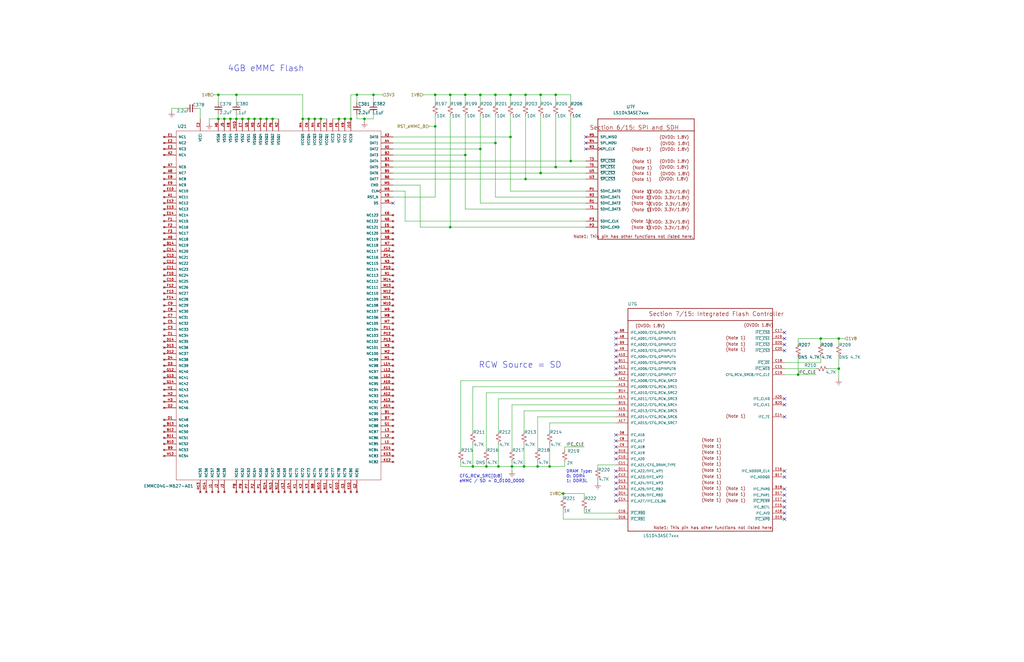
<source format=kicad_sch>
(kicad_sch (version 20200828) (generator eeschema)
  (page 9 12)
  (paper "USLedger")
  (title_block (title "AP2100") (date "2020-10-06") (rev "1") (company "ISis ImageStream Internet Solutions, Inc."))
  (lib_symbols
    (symbol "AP2100-rescue:GND-Scott" (power) (pin_names (offset 0))
      (property "Value" "GND-Scott" (at 0 -3.81 0))
      (symbol "GND-Scott_1_1"
        (pin power_in line (at 0 0 270) (length 0) hide (name "GND") (number "1"))
      )
    )
    (symbol "AP2100-rescue:LS1043ASE7KQB-Layerscape" (pin_names (offset 1.016))
      (property "Reference" "U" (at 0 0 0))
      (property "Value" "LS1043ASE7KQB-Layerscape" (at 0 2.54 0))
      (symbol "LS1043ASE7KQB-Layerscape_1_1"
        (text "Section 1/15 Digital Ground Pins" (at -18.796 88.1126 0) (effects (font (size 1.778 1.778)) (justify left bottom)))
        (pin power_in line (at -25.4 83.82 0) (length 5.08) (name "GND001") (number "A2"))
        (pin power_in line (at -25.4 78.74 0) (length 5.08) (name "GND003") (number "A24"))
        (pin power_in line (at -25.4 81.28 0) (length 5.08) (name "GND002") (number "A5"))
        (pin power_in line (at 25.4 -78.74 180) (length 5.08) (name "GND135") (number "AB2"))
        (pin power_in line (at 25.4 -81.28 180) (length 5.08) (name "GND136") (number "AB4"))
        (pin power_in line (at 25.4 -83.82 180) (length 5.08) (name "GND137") (number "AD1"))
        (pin power_in line (at 25.4 -86.36 180) (length 5.08) (name "GND138") (number "AD4"))
        (pin power_in line (at 25.4 -88.9 180) (length 5.08) (name "GND139") (number "AE2"))
        (pin power_in line (at -25.4 68.58 0) (length 5.08) (name "GND007") (number "B10"))
        (pin power_in line (at -25.4 66.04 0) (length 5.08) (name "GND008") (number "B13"))
        (pin power_in line (at -25.4 63.5 0) (length 5.08) (name "GND009") (number "B16"))
        (pin power_in line (at -25.4 60.96 0) (length 5.08) (name "GND010") (number "B19"))
        (pin power_in line (at -25.4 58.42 0) (length 5.08) (name "GND011") (number "B21"))
        (pin power_in line (at -25.4 55.88 0) (length 5.08) (name "GND012") (number "B25"))
        (pin power_in line (at -25.4 76.2 0) (length 5.08) (name "GND004") (number "B3"))
        (pin power_in line (at -25.4 73.66 0) (length 5.08) (name "GND005") (number "B4"))
        (pin power_in line (at -25.4 71.12 0) (length 5.08) (name "GND006") (number "B7"))
        (pin power_in line (at -25.4 53.34 0) (length 5.08) (name "GND013") (number "C1"))
        (pin power_in line (at -25.4 50.8 0) (length 5.08) (name "GND014") (number "C2"))
        (pin power_in line (at -25.4 45.72 0) (length 5.08) (name "GND016") (number "C23"))
        (pin power_in line (at -25.4 48.26 0) (length 5.08) (name "GND015") (number "C5"))
        (pin power_in line (at -25.4 33.02 0) (length 5.08) (name "GND021") (number "D12"))
        (pin power_in line (at -25.4 30.48 0) (length 5.08) (name "GND022") (number "D15"))
        (pin power_in line (at -25.4 27.94 0) (length 5.08) (name "GND023") (number "D18"))
        (pin power_in line (at -25.4 25.4 0) (length 5.08) (name "GND024") (number "D21"))
        (pin power_in line (at -25.4 43.18 0) (length 5.08) (name "GND017") (number "D3"))
        (pin power_in line (at -25.4 40.64 0) (length 5.08) (name "GND018") (number "D4"))
        (pin power_in line (at -25.4 38.1 0) (length 5.08) (name "GND019") (number "D7"))
        (pin power_in line (at -25.4 35.56 0) (length 5.08) (name "GND020") (number "D9"))
        (pin power_in line (at -25.4 22.86 0) (length 5.08) (name "GND025") (number "E1"))
        (pin power_in line (at -25.4 20.32 0) (length 5.08) (name "GND026") (number "E2"))
        (pin power_in line (at -25.4 15.24 0) (length 5.08) (name "GND028") (number "E22"))
        (pin power_in line (at -25.4 12.7 0) (length 5.08) (name "GND029") (number "E24"))
        (pin power_in line (at -25.4 17.78 0) (length 5.08) (name "GND027") (number "E5"))
        (pin power_in line (at -25.4 0 0) (length 5.08) (name "GND034") (number "F11"))
        (pin power_in line (at -25.4 -2.54 0) (length 5.08) (name "GND035") (number "F12"))
        (pin power_in line (at -25.4 -5.08 0) (length 5.08) (name "GND036") (number "F13"))
        (pin power_in line (at -25.4 -7.62 0) (length 5.08) (name "GND037") (number "F17"))
        (pin power_in line (at -25.4 -10.16 0) (length 5.08) (name "GND038") (number "F20"))
        (pin power_in line (at -25.4 10.16 0) (length 5.08) (name "GND030") (number "F3"))
        (pin power_in line (at -25.4 7.62 0) (length 5.08) (name "GND031") (number "F4"))
        (pin power_in line (at -25.4 5.08 0) (length 5.08) (name "GND032") (number "F7"))
        (pin power_in line (at -25.4 2.54 0) (length 5.08) (name "GND033") (number "F8"))
        (pin power_in line (at -25.4 -12.7 0) (length 5.08) (name "GND039") (number "G1"))
        (pin power_in line (at -25.4 -15.24 0) (length 5.08) (name "GND040") (number "G2"))
        (pin power_in line (at -25.4 -17.78 0) (length 5.08) (name "GND041") (number "G22"))
        (pin power_in line (at -25.4 -20.32 0) (length 5.08) (name "GND042") (number "G24"))
        (pin power_in line (at -25.4 -35.56 0) (length 5.08) (name "GND048") (number "H10"))
        (pin power_in line (at -25.4 -38.1 0) (length 5.08) (name "GND049") (number "H11"))
        (pin power_in line (at -25.4 -40.64 0) (length 5.08) (name "GND050") (number "H12"))
        (pin power_in line (at -25.4 -43.18 0) (length 5.08) (name "GND051") (number "H13"))
        (pin power_in line (at -25.4 -45.72 0) (length 5.08) (name "GND052") (number "H14"))
        (pin power_in line (at -25.4 -48.26 0) (length 5.08) (name "GND053") (number "H15"))
        (pin power_in line (at -25.4 -50.8 0) (length 5.08) (name "GND054") (number "H16"))
        (pin power_in line (at -25.4 -53.34 0) (length 5.08) (name "GND055") (number "H17"))
        (pin power_in line (at -25.4 -22.86 0) (length 5.08) (name "GND043") (number "H3"))
        (pin power_in line (at -25.4 -25.4 0) (length 5.08) (name "GND044") (number "H4"))
        (pin power_in line (at -25.4 -27.94 0) (length 5.08) (name "GND045") (number "H5"))
        (pin power_in line (at -25.4 -30.48 0) (length 5.08) (name "GND046") (number "H8"))
        (pin power_in line (at -25.4 -33.02 0) (length 5.08) (name "GND047") (number "H9"))
        (pin power_in line (at -25.4 -58.42 0) (length 5.08) (name "GND057") (number "J19"))
        (pin power_in line (at -25.4 -60.96 0) (length 5.08) (name "GND058") (number "J20"))
        (pin power_in line (at -25.4 -63.5 0) (length 5.08) (name "GND059") (number "J24"))
        (pin power_in line (at -25.4 -55.88 0) (length 5.08) (name "GND056") (number "J7"))
        (pin power_in line (at -25.4 -73.66 0) (length 5.08) (name "GND063") (number "K10"))
        (pin power_in line (at -25.4 -76.2 0) (length 5.08) (name "GND064") (number "K12"))
        (pin power_in line (at -25.4 -78.74 0) (length 5.08) (name "GND065") (number "K14"))
        (pin power_in line (at -25.4 -81.28 0) (length 5.08) (name "GND066") (number "K16"))
        (pin power_in line (at -25.4 -83.82 0) (length 5.08) (name "GND067") (number "K19"))
        (pin power_in line (at -25.4 -66.04 0) (length 5.08) (name "GND060") (number "K2"))
        (pin power_in line (at -25.4 -86.36 0) (length 5.08) (name "GND068") (number "K22"))
        (pin power_in line (at -25.4 -68.58 0) (length 5.08) (name "GND061") (number "K4"))
        (pin power_in line (at -25.4 -71.12 0) (length 5.08) (name "GND062") (number "K7"))
        (pin power_in line (at 25.4 83.82 180) (length 5.08) (name "GND071") (number "L11"))
        (pin power_in line (at 25.4 81.28 180) (length 5.08) (name "GND072") (number "L13"))
        (pin power_in line (at 25.4 78.74 180) (length 5.08) (name "GND073") (number "L15"))
        (pin power_in line (at 25.4 76.2 180) (length 5.08) (name "GND074") (number "L17"))
        (pin power_in line (at 25.4 73.66 180) (length 5.08) (name "GND075") (number "L19"))
        (pin power_in line (at 25.4 71.12 180) (length 5.08) (name "GND076") (number "L20"))
        (pin power_in line (at 25.4 68.58 180) (length 5.08) (name "GND077") (number "L24"))
        (pin power_in line (at -25.4 -88.9 0) (length 5.08) (name "GND069") (number "L7"))
        (pin power_in line (at 0 -99.06 90) (length 5.08) (name "GND070") (number "L9"))
        (pin power_in line (at 25.4 63.5 180) (length 5.08) (name "GND079") (number "M10"))
        (pin power_in line (at 25.4 60.96 180) (length 5.08) (name "GND080") (number "M12"))
        (pin power_in line (at 25.4 58.42 180) (length 5.08) (name "GND081") (number "M14"))
        (pin power_in line (at 25.4 55.88 180) (length 5.08) (name "GND082") (number "M16"))
        (pin power_in line (at 25.4 53.34 180) (length 5.08) (name "GND083") (number "M19"))
        (pin power_in line (at 25.4 50.8 180) (length 5.08) (name "GND084") (number "M22"))
        (pin power_in line (at 25.4 66.04 180) (length 5.08) (name "GND078") (number "M7"))
        (pin power_in line (at 25.4 38.1 180) (length 5.08) (name "GND089") (number "N11"))
        (pin power_in line (at 25.4 35.56 180) (length 5.08) (name "GND090") (number "N13"))
        (pin power_in line (at 25.4 33.02 180) (length 5.08) (name "GND091") (number "N15"))
        (pin power_in line (at 25.4 30.48 180) (length 5.08) (name "GND092") (number "N17"))
        (pin power_in line (at 25.4 27.94 180) (length 5.08) (name "GND093") (number "N19"))
        (pin power_in line (at 25.4 48.26 180) (length 5.08) (name "GND085") (number "N2"))
        (pin power_in line (at 25.4 25.4 180) (length 5.08) (name "GND094") (number "N20"))
        (pin power_in line (at 25.4 45.72 180) (length 5.08) (name "GND086") (number "N4"))
        (pin power_in line (at 25.4 43.18 180) (length 5.08) (name "GND087") (number "N6"))
        (pin power_in line (at 25.4 40.64 180) (length 5.08) (name "GND088") (number "N9"))
        (pin power_in line (at 25.4 17.78 180) (length 5.08) (name "GND097") (number "P10"))
        (pin power_in line (at 25.4 15.24 180) (length 5.08) (name "GND098") (number "P12"))
        (pin power_in line (at 25.4 12.7 180) (length 5.08) (name "GND099") (number "P14"))
        (pin power_in line (at 25.4 10.16 180) (length 5.08) (name "GND100") (number "P16"))
        (pin power_in line (at 25.4 7.62 180) (length 5.08) (name "GND101") (number "P19"))
        (pin power_in line (at 25.4 5.08 180) (length 5.08) (name "GND102") (number "P22"))
        (pin power_in line (at 25.4 2.54 180) (length 5.08) (name "GND103") (number "P24"))
        (pin power_in line (at 25.4 22.86 180) (length 5.08) (name "GND095") (number "P7"))
        (pin power_in line (at 25.4 20.32 180) (length 5.08) (name "GND096") (number "P8"))
        (pin power_in line (at 25.4 -2.54 180) (length 5.08) (name "GND105") (number "R11"))
        (pin power_in line (at 25.4 -5.08 180) (length 5.08) (name "GND106") (number "R13"))
        (pin power_in line (at 25.4 -7.62 180) (length 5.08) (name "GND107") (number "R15"))
        (pin power_in line (at 25.4 -10.16 180) (length 5.08) (name "GND108") (number "R17"))
        (pin power_in line (at 25.4 -12.7 180) (length 5.08) (name "GND109") (number "R19"))
        (pin power_in line (at 25.4 -15.24 180) (length 5.08) (name "GND110") (number "R25"))
        (pin power_in line (at 25.4 0 180) (length 5.08) (name "GND104") (number "R9"))
        (pin power_in line (at 25.4 -25.4 180) (length 5.08) (name "GND114") (number "T10"))
        (pin power_in line (at 25.4 -27.94 180) (length 5.08) (name "GND115") (number "T12"))
        (pin power_in line (at 25.4 -30.48 180) (length 5.08) (name "GND116") (number "T14"))
        (pin power_in line (at 25.4 -17.78 180) (length 5.08) (name "GND111") (number "T2"))
        (pin power_in line (at 25.4 -33.02 180) (length 5.08) (name "GND117") (number "T20"))
        (pin power_in line (at 25.4 -20.32 180) (length 5.08) (name "GND112") (number "T4"))
        (pin power_in line (at 25.4 -22.86 180) (length 5.08) (name "GND113") (number "T8"))
        (pin power_in line (at 25.4 -40.64 180) (length 5.08) (name "GND120") (number "U11"))
        (pin power_in line (at 25.4 -43.18 180) (length 5.08) (name "GND121") (number "U20"))
        (pin power_in line (at 25.4 -35.56 180) (length 5.08) (name "GND118") (number "U6"))
        (pin power_in line (at 25.4 -38.1 180) (length 5.08) (name "GND119") (number "U9"))
        (pin power_in line (at 25.4 -53.34 180) (length 5.08) (name "GND125") (number "V10"))
        (pin power_in line (at 25.4 -55.88 180) (length 5.08) (name "GND126") (number "V11"))
        (pin power_in line (at 25.4 -58.42 180) (length 5.08) (name "GND127") (number "V12"))
        (pin power_in line (at 25.4 -60.96 180) (length 5.08) (name "GND128") (number "V13"))
        (pin power_in line (at 25.4 -63.5 180) (length 5.08) (name "GND129") (number "V14"))
        (pin power_in line (at 25.4 -45.72 180) (length 5.08) (name "GND122") (number "V2"))
        (pin power_in line (at 25.4 -66.04 180) (length 5.08) (name "GND130") (number "V20"))
        (pin power_in line (at 25.4 -48.26 180) (length 5.08) (name "GND123") (number "V8"))
        (pin power_in line (at 25.4 -50.8 180) (length 5.08) (name "GND124") (number "V9"))
        (pin power_in line (at 25.4 -71.12 180) (length 5.08) (name "GND132") (number "W20"))
        (pin power_in line (at 25.4 -68.58 180) (length 5.08) (name "GND131") (number "W4"))
        (pin power_in line (at 25.4 -73.66 180) (length 5.08) (name "GND133") (number "Y2"))
        (pin power_in line (at 25.4 -76.2 180) (length 5.08) (name "GND134") (number "Y20"))
      )
      (symbol "LS1043ASE7KQB-Layerscape_2_1"
        (text "Section 2/15 SerDes Ground Pins" (at -18.542 25.2984 0) (effects (font (size 1.778 1.778)) (justify left bottom)))
        (pin power_in line (at -43.18 -21.59 0) (length 5.08) (name "SD_GND18") (number "AA13"))
        (pin power_in line (at -43.18 -24.13 0) (length 5.08) (name "SD_GND19") (number "AA16"))
        (pin power_in line (at 0 -34.29 90) (length 5.08) (name "SD_GND20") (number "AA19"))
        (pin power_in line (at 43.18 21.59 180) (length 5.08) (name "SD_GND21") (number "AB13"))
        (pin power_in line (at 43.18 19.05 180) (length 5.08) (name "SD_GND22") (number "AB16"))
        (pin power_in line (at 43.18 16.51 180) (length 5.08) (name "SD_GND23") (number "AB19"))
        (pin power_in line (at 43.18 13.97 180) (length 5.08) (name "SD_GND24") (number "AC13"))
        (pin power_in line (at 43.18 11.43 180) (length 5.08) (name "SD_GND25") (number "AC14"))
        (pin power_in line (at 43.18 8.89 180) (length 5.08) (name "SD_GND26") (number "AC15"))
        (pin power_in line (at 43.18 6.35 180) (length 5.08) (name "SD_GND27") (number "AC16"))
        (pin power_in line (at 43.18 3.81 180) (length 5.08) (name "SD_GND28") (number "AC17"))
        (pin power_in line (at 43.18 1.27 180) (length 5.08) (name "SD_GND29") (number "AC18"))
        (pin power_in line (at 43.18 -1.27 180) (length 5.08) (name "SD_GND30") (number "AC19"))
        (pin power_in line (at 43.18 -3.81 180) (length 5.08) (name "SD_GND31") (number "AC20"))
        (pin power_in line (at 43.18 -6.35 180) (length 5.08) (name "SD_GND32") (number "AD13"))
        (pin power_in line (at 43.18 -8.89 180) (length 5.08) (name "SD_GND33") (number "AD16"))
        (pin power_in line (at 43.18 -11.43 180) (length 5.08) (name "SD_GND34") (number "AD19"))
        (pin power_in line (at 43.18 -13.97 180) (length 5.08) (name "SD_GND35") (number "AD21"))
        (pin power_in line (at 43.18 -16.51 180) (length 5.08) (name "SD_GND36") (number "AE13"))
        (pin power_in line (at 43.18 -19.05 180) (length 5.08) (name "SD_GND37") (number "AE16"))
        (pin power_in line (at 43.18 -21.59 180) (length 5.08) (name "SD_GND38") (number "AE19"))
        (pin power_in line (at 43.18 -24.13 180) (length 5.08) (name "SD_GND39") (number "AE21"))
        (pin power_in line (at -43.18 21.59 0) (length 5.08) (name "SD_GND01") (number "U15"))
        (pin power_in line (at -43.18 19.05 0) (length 5.08) (name "SD_GND02") (number "U16"))
        (pin power_in line (at -43.18 16.51 0) (length 5.08) (name "SD_GND03") (number "U17"))
        (pin power_in line (at -43.18 13.97 0) (length 5.08) (name "SD_GND04") (number "U18"))
        (pin power_in line (at -43.18 11.43 0) (length 5.08) (name "SD_GND05") (number "U19"))
        (pin power_in line (at -43.18 6.35 0) (length 5.08) (name "SD_GND07") (number "W11"))
        (pin power_in line (at -43.18 8.89 0) (length 5.08) (name "SD_GND06") (number "W8"))
        (pin power_in line (at -43.18 -1.27 0) (length 5.08) (name "SD_GND10") (number "Y10"))
        (pin power_in line (at -43.18 -3.81 0) (length 5.08) (name "SD_GND11") (number "Y11"))
        (pin power_in line (at -43.18 -6.35 0) (length 5.08) (name "SD_GND12") (number "Y12"))
        (pin power_in line (at -43.18 -8.89 0) (length 5.08) (name "SD_GND13") (number "Y14"))
        (pin power_in line (at -43.18 -11.43 0) (length 5.08) (name "SD_GND14") (number "Y15"))
        (pin power_in line (at -43.18 -13.97 0) (length 5.08) (name "SD_GND15") (number "Y16"))
        (pin power_in line (at -43.18 -16.51 0) (length 5.08) (name "SD_GND16") (number "Y17"))
        (pin power_in line (at -43.18 -19.05 0) (length 5.08) (name "SD_GND17") (number "Y18"))
        (pin power_in line (at -43.18 3.81 0) (length 5.08) (name "SD_GND08") (number "Y8"))
        (pin power_in line (at -43.18 1.27 0) (length 5.08) (name "SD_GND09") (number "Y9"))
      )
      (symbol "LS1043ASE7KQB-Layerscape_3_1"
        (text "(1.35V)" (at 11.9888 -26.543 0) (effects (font (size 1.27 1.27)) (justify left bottom)))
        (text "(1.8V)" (at -15.5702 -54.2036 0) (effects (font (size 1.27 1.27)) (justify left bottom)))
        (text "(1V/0.9V)" (at -15.5194 62.738 0) (effects (font (size 1.27 1.27)) (justify left bottom)))
        (text "(1V/0.9V)" (at 12.2936 62.6872 0) (effects (font (size 1.27 1.27)) (justify left bottom)))
        (text "(2.5V/1.8V/1.2V)" (at 6.985 -67.183 0) (effects (font (size 1.27 1.27)) (justify left bottom)))
        (text "(3.3V)" (at 9.5504 -56.9722 0) (effects (font (size 1.27 1.27)) (justify left bottom)))
        (text "(Power Sense Pins)" (at 6.5532 -75.184 0) (effects (font (size 1.27 1.27)) (justify left bottom)))
        (text "(Pull-down/1V/0.9V)" (at 4.7752 -8.4582 0) (effects (font (size 1.27 1.27)) (justify left bottom)))
        (text "Section 3/15 Power Pins" (at -10.8204 69.596 0) (effects (font (size 1.778 1.778)) (justify left bottom)))
        (pin power_in line (at -22.86 -58.42 0) (length 5.08) (name "AVDD_CGA2") (number "G11"))
        (pin power_in line (at -22.86 -55.88 0) (length 5.08) (name "AVDD_CGA1") (number "G12"))
        (pin power_in line (at -22.86 -66.04 0) (length 5.08) (name "AVDD_PLAT") (number "G13"))
        (pin power_in line (at -22.86 -48.26 0) (length 5.08) (name "TA_BB_VDD") (number "H20"))
        (pin power_in line (at -22.86 -27.94 0) (length 5.08) (name "USB_SVDD1") (number "J10"))
        (pin power_in line (at -22.86 -30.48 0) (length 5.08) (name "USB_SVDD2") (number "J11"))
        (pin power_in line (at 27.94 -60.96 180) (length 5.08) (name "USB_HVDD1") (number "J8"))
        (pin power_in line (at 27.94 -58.42 180) (length 5.08) (name "USB_HVDD2") (number "J9"))
        (pin power_in line (at -22.86 -43.18 0) (length 5.08) (name "USB_SDVDD2") (number "K11"))
        (pin power_in line (at -22.86 60.96 0) (length 5.08) (name "VDD01") (number "K13"))
        (pin power_in line (at -22.86 55.88 0) (length 5.08) (name "VDD02") (number "K15"))
        (pin power_in line (at -22.86 50.8 0) (length 5.08) (name "VDD03") (number "K17"))
        (pin power_in line (at -22.86 -40.64 0) (length 5.08) (name "USB_SDVDD1") (number "K9"))
        (pin power_in line (at -22.86 45.72 0) (length 5.08) (name "VDD04") (number "L10"))
        (pin power_in line (at -22.86 40.64 0) (length 5.08) (name "VDD05") (number "L12"))
        (pin power_in line (at -22.86 35.56 0) (length 5.08) (name "VDD06") (number "L14"))
        (pin power_in line (at -22.86 30.48 0) (length 5.08) (name "VDD07") (number "L16"))
        (pin power_in line (at -22.86 25.4 0) (length 5.08) (name "VDD09") (number "M11"))
        (pin power_in line (at -22.86 22.86 0) (length 5.08) (name "VDD10") (number "M13"))
        (pin power_in line (at -22.86 20.32 0) (length 5.08) (name "VDD11") (number "M15"))
        (pin power_in line (at -22.86 15.24 0) (length 5.08) (name "VDD12") (number "M17"))
        (pin power_in line (at -22.86 27.94 0) (length 5.08) (name "VDD08") (number "M9"))
        (pin power_in line (at -22.86 5.08 0) (length 5.08) (name "VDD14") (number "N10"))
        (pin power_in line (at -22.86 0 0) (length 5.08) (name "VDD15") (number "N12"))
        (pin power_in line (at -22.86 -5.08 0) (length 5.08) (name "VDD16") (number "N14"))
        (pin power_in line (at 27.94 2.54 180) (length 5.08) (name "VDD17") (number "N16"))
        (pin power_in line (at -22.86 10.16 0) (length 5.08) (name "VDD13") (number "N8"))
        (pin power_in line (at 27.94 5.08 180) (length 5.08) (name "VDD19") (number "P11"))
        (pin power_in line (at 27.94 7.62 180) (length 5.08) (name "VDD20") (number "P13"))
        (pin power_in line (at 27.94 10.16 180) (length 5.08) (name "VDD21") (number "P15"))
        (pin power_in line (at 27.94 15.24 180) (length 5.08) (name "VDD22") (number "P17"))
        (pin power_in line (at 27.94 0 180) (length 5.08) (name "VDD18") (number "P9"))
        (pin power_in line (at 27.94 22.86 180) (length 5.08) (name "VDD24") (number "R10"))
        (pin power_in line (at 27.94 27.94 180) (length 5.08) (name "VDD25") (number "R12"))
        (pin power_in line (at 27.94 30.48 180) (length 5.08) (name "VDD26") (number "R14"))
        (pin power_in line (at 27.94 33.02 180) (length 5.08) (name "VDD27") (number "R16"))
        (pin power_in line (at 27.94 38.1 180) (length 5.08) (name "VDD28") (number "R18"))
        (pin power_in line (at 27.94 -10.16 180) (length 5.08) (name "FA_VL") (number "R7"))
        (pin power_in line (at 27.94 17.78 180) (length 5.08) (name "VDD23") (number "R8"))
        (pin power_in line (at 27.94 45.72 180) (length 5.08) (name "VDD30") (number "T11"))
        (pin power_in line (at 27.94 50.8 180) (length 5.08) (name "VDD31") (number "T13"))
        (pin power_in line (at -22.86 -12.7 0) (length 5.08) (name "S1VDD1") (number "T15"))
        (pin power_in line (at -22.86 -15.24 0) (length 5.08) (name "S1VDD2") (number "T16"))
        (pin power_in line (at -22.86 -17.78 0) (length 5.08) (name "S1VDD3") (number "T17"))
        (pin power_in line (at -22.86 -20.32 0) (length 5.08) (name "S1VDD4") (number "T18"))
        (pin power_in line (at -22.86 -71.12 0) (length 5.08) (name "AVDD_D1") (number "T19"))
        (pin power_in line (at 27.94 43.18 180) (length 5.08) (name "VDD29") (number "T9"))
        (pin power_in line (at 27.94 60.96 180) (length 5.08) (name "VDD33") (number "U10"))
        (pin power_in line (at 27.94 55.88 180) (length 5.08) (name "VDD32") (number "U8"))
        (pin power_in line (at 27.94 -48.26 180) (length 5.08) (name "AVDD_SD1_PLL2") (number "V19"))
        (pin power_in line (at 27.94 -68.58 180) (length 5.08) (name "TVDD") (number "V6"))
        (pin power_in line (at 27.94 -78.74 180) (length 5.08) (name "SENSEGND") (number "V7"))
        (pin power_in line (at 27.94 -43.18 180) (length 5.08) (name "AVDD_SD1_PLL1") (number "W12"))
        (pin power_in line (at -22.86 -22.86 0) (length 5.08) (name "S1VDD5") (number "W14"))
        (pin power_in line (at 27.94 -27.94 180) (length 5.08) (name "X1VDD1") (number "W15"))
        (pin power_in line (at 27.94 -30.48 180) (length 5.08) (name "X1VDD2") (number "W16"))
        (pin power_in line (at 27.94 -33.02 180) (length 5.08) (name "X1VDD3") (number "W17"))
        (pin power_in line (at 27.94 -35.56 180) (length 5.08) (name "X1VDD4") (number "W18"))
        (pin power_in line (at 27.94 -76.2 180) (length 5.08) (name "SENSEVDD") (number "W7"))
        (pin power_in line (at 27.94 -38.1 180) (length 5.08) (name "X1VDD5") (number "Y19"))
      )
      (symbol "LS1043ASE7KQB-Layerscape_4_1"
        (text "Section 4/15: Power Pins" (at -12.6492 61.468 0) (effects (font (size 1.778 1.778)) (justify left bottom)))
        (pin power_in line (at -29.21 -31.75 0) (length 5.08) (name "G1VDD18") (number "AA20"))
        (pin power_in line (at -29.21 -36.83 0) (length 5.08) (name "G1VDD19") (number "AB22"))
        (pin power_in line (at -29.21 -41.91 0) (length 5.08) (name "G1VDD20") (number "AB24"))
        (pin power_in line (at -29.21 -46.99 0) (length 5.08) (name "G1VDD21") (number "AD22"))
        (pin power_in line (at -29.21 -52.07 0) (length 5.08) (name "G1VDD22") (number "AD25"))
        (pin power_in line (at -29.21 -57.15 0) (length 5.08) (name "G1VDD23") (number "AE24"))
        (pin bidirectional line (at 31.75 -3.81 180) (length 5.08) (name "TA_PROG_SEP") (number "F14"))
        (pin bidirectional line (at 31.75 6.35 180) (length 5.08) (name "PROG_MTR") (number "G14"))
        (pin power_in line (at 31.75 54.61 180) (length 5.08) (name "OVDD1") (number "J12"))
        (pin power_in line (at 31.75 49.53 180) (length 5.08) (name "OVDD2") (number "J13"))
        (pin power_in line (at 31.75 44.45 180) (length 5.08) (name "OVDD3") (number "J14"))
        (pin power_in line (at 31.75 39.37 180) (length 5.08) (name "OVDD4") (number "J15"))
        (pin power_in line (at 31.75 34.29 180) (length 5.08) (name "OVDD5") (number "J16"))
        (pin power_in line (at 31.75 29.21 180) (length 5.08) (name "OVDD6") (number "J17"))
        (pin power_in line (at -29.21 54.61 0) (length 5.08) (name "G1VDD01") (number "J18"))
        (pin power_in line (at -29.21 49.53 0) (length 5.08) (name "G1VDD02") (number "K18"))
        (pin power_in line (at -29.21 44.45 0) (length 5.08) (name "G1VDD03") (number "K20"))
        (pin power_in line (at 31.75 -24.13 180) (length 5.08) (name "DVDD1") (number "K8"))
        (pin power_in line (at -29.21 39.37 0) (length 5.08) (name "G1VDD04") (number "L18"))
        (pin power_in line (at 31.75 -26.67 180) (length 5.08) (name "DVVD2") (number "L8"))
        (pin power_in line (at -29.21 34.29 0) (length 5.08) (name "G1VDD05") (number "M18"))
        (pin power_in line (at -29.21 29.21 0) (length 5.08) (name "G1VDD06") (number "M20"))
        (pin power_in line (at 31.75 -36.83 180) (length 5.08) (name "EVDD") (number "M8"))
        (pin power_in line (at -29.21 24.13 0) (length 5.08) (name "G1VDD07") (number "N18"))
        (pin power_in line (at 31.75 24.13 180) (length 5.08) (name "0VDD7") (number "N7"))
        (pin power_in line (at -29.21 19.05 0) (length 5.08) (name "G1VDD08") (number "P18"))
        (pin power_in line (at -29.21 13.97 0) (length 5.08) (name "G1VDD09") (number "P20"))
        (pin power_in line (at -29.21 8.89 0) (length 5.08) (name "G1VDD10") (number "R21"))
        (pin power_in line (at -29.21 3.81 0) (length 5.08) (name "G1VDD11") (number "R23"))
        (pin power_in line (at -29.21 -1.27 0) (length 5.08) (name "G1VDD12") (number "T22"))
        (pin power_in line (at -29.21 -6.35 0) (length 5.08) (name "G1VDD13") (number "T24"))
        (pin power_in line (at 31.75 16.51 180) (length 5.08) (name "TH_VDD") (number "T6"))
        (pin power_in line (at 31.75 -57.15 180) (length 5.08) (name "LVDD1") (number "U12"))
        (pin power_in line (at 31.75 -52.07 180) (length 5.08) (name "LVDD2") (number "U13"))
        (pin power_in line (at 31.75 -46.99 180) (length 5.08) (name "LVDD3") (number "U14"))
        (pin power_in line (at -29.21 -11.43 0) (length 5.08) (name "G1VDD14") (number "V22"))
        (pin power_in line (at -29.21 -16.51 0) (length 5.08) (name "G1VDD15") (number "V24"))
        (pin power_in line (at -29.21 -21.59 0) (length 5.08) (name "G1VDD16") (number "Y22"))
        (pin power_in line (at -29.21 -26.67 0) (length 5.08) (name "G1VDD17") (number "Y24"))
      )
      (symbol "LS1043ASE7KQB-Layerscape_5_1"
        (text "(Analog)" (at -36.9316 -29.8704 0) (effects (font (size 1.27 1.27)) (justify left bottom)))
        (text "(Analog)" (at 16.002 -4.4958 0) (effects (font (size 1.27 1.27)) (justify left bottom)))
        (text "(Analog)" (at 16.129 -7.0104 0) (effects (font (size 1.27 1.27)) (justify left bottom)))
        (text "(DVDD: 2.5V/1.8V)" (at 15.9004 -14.6812 0) (effects (font (size 1.27 1.27)) (justify left bottom)))
        (text "(DVDD: 2.5V/1.8V)" (at 16.2052 -17.1958 0) (effects (font (size 1.27 1.27)) (justify left bottom)))
        (text "(DVDD: 3.3V/1.8V)" (at -37.5412 26.0858 0) (effects (font (size 1.27 1.27)) (justify left bottom)))
        (text "(DVDD: 3.3V/1.8V)" (at -37.5158 15.9004 0) (effects (font (size 1.27 1.27)) (justify left bottom)))
        (text "(DVDD: 3.3V/1.8V)" (at -37.3634 13.335 0) (effects (font (size 1.27 1.27)) (justify left bottom)))
        (text "(DVDD: 3.3V/1.8V)" (at -37.3634 28.6258 0) (effects (font (size 1.27 1.27)) (justify left bottom)))
        (text "(DVDD: 3.3V/1.8V)" (at -37.338 18.4404 0) (effects (font (size 1.27 1.27)) (justify left bottom)))
        (text "(DVDD: 3.3V/1.8V)" (at -37.2618 31.1658 0) (effects (font (size 1.27 1.27)) (justify left bottom)))
        (text "(DVDD: 3.3V/1.8V)" (at -37.1348 23.5204 0) (effects (font (size 1.27 1.27)) (justify left bottom)))
        (text "(DVDD: 3.3V/1.8V)" (at -37.0332 20.955 0) (effects (font (size 1.27 1.27)) (justify left bottom)))
        (text "(DVDD: 3.3V/1.8V)" (at 16.0782 41.3512 0) (effects (font (size 1.27 1.27)) (justify left bottom)))
        (text "(DVDD: 3.3V/1.8V)" (at 16.1036 15.9004 0) (effects (font (size 1.27 1.27)) (justify left bottom)))
        (text "(DVDD: 3.3V/1.8V)" (at 16.1036 28.6258 0) (effects (font (size 1.27 1.27)) (justify left bottom)))
        (text "(DVDD: 3.3V/1.8V)" (at 16.1798 20.9804 0) (effects (font (size 1.27 1.27)) (justify left bottom)))
        (text "(DVDD: 3.3V/1.8V)" (at 16.1798 33.7058 0) (effects (font (size 1.27 1.27)) (justify left bottom)))
        (text "(DVDD: 3.3V/1.8V)" (at 16.2052 13.335 0) (effects (font (size 1.27 1.27)) (justify left bottom)))
        (text "(DVDD: 3.3V/1.8V)" (at 16.2052 23.5204 0) (effects (font (size 1.27 1.27)) (justify left bottom)))
        (text "(DVDD: 3.3V/1.8V)" (at 16.2052 36.2458 0) (effects (font (size 1.27 1.27)) (justify left bottom)))
        (text "(DVDD: 3.3V/1.8V)" (at 16.2306 26.0604 0) (effects (font (size 1.27 1.27)) (justify left bottom)))
        (text "(DVDD: 3.3V/1.8V)" (at 16.383 38.7604 0) (effects (font (size 1.27 1.27)) (justify left bottom)))
        (text "(LVDD: 2.5V/1.8V)" (at -37.5158 33.7312 0) (effects (font (size 1.27 1.27)) (justify left bottom)))
        (text "(Note 1)" (at -19.1262 15.9004 0) (effects (font (size 1.27 1.27)) (justify left bottom)))
        (text "(Note 1)" (at -19.1262 31.1912 0) (effects (font (size 1.27 1.27)) (justify left bottom)))
        (text "(Note 1)" (at -18.9484 20.9804 0) (effects (font (size 1.27 1.27)) (justify left bottom)))
        (text "(Note 1)" (at -18.8976 26.0858 0) (effects (font (size 1.27 1.27)) (justify left bottom)))
        (text "(Note 1)" (at -18.8722 13.335 0) (effects (font (size 1.27 1.27)) (justify left bottom)))
        (text "(Note 1)" (at -18.796 18.4404 0) (effects (font (size 1.27 1.27)) (justify left bottom)))
        (text "(Note 1)" (at -18.7706 28.6004 0) (effects (font (size 1.27 1.27)) (justify left bottom)))
        (text "(Note 1)" (at -18.542 23.495 0) (effects (font (size 1.27 1.27)) (justify left bottom)))
        (text "(Note 1)" (at 3.8608 28.6258 0) (effects (font (size 1.27 1.27)) (justify left bottom)))
        (text "(Note 1)" (at 3.8608 36.2712 0) (effects (font (size 1.27 1.27)) (justify left bottom)))
        (text "(Note 1)" (at 3.8862 26.0858 0) (effects (font (size 1.27 1.27)) (justify left bottom)))
        (text "(Note 1)" (at 4.0132 23.5204 0) (effects (font (size 1.27 1.27)) (justify left bottom)))
        (text "(Note 1)" (at 4.064 41.3512 0) (effects (font (size 1.27 1.27)) (justify left bottom)))
        (text "(Note 1)" (at 4.0894 33.7058 0) (effects (font (size 1.27 1.27)) (justify left bottom)))
        (text "(Note 1)" (at 4.1148 38.7858 0) (effects (font (size 1.27 1.27)) (justify left bottom)))
        (text "(Note 1)" (at 4.3688 20.955 0) (effects (font (size 1.27 1.27)) (justify left bottom)))
        (text "(Note 1)" (at 6.5786 -14.6558 0) (effects (font (size 1.27 1.27)) (justify left bottom)))
        (text "(Note 1)" (at 6.858 -17.1704 0) (effects (font (size 1.27 1.27)) (justify left bottom)))
        (text "(OVDD: 1.8V)" (at -37.6174 -12.1412 0) (effects (font (size 1.27 1.27)) (justify left bottom)))
        (text "(OVDD: 1.8V)" (at -37.4904 -35.052 0) (effects (font (size 1.27 1.27)) (justify left bottom)))
        (text "(OVDD: 1.8V)" (at -37.465 -22.3012 0) (effects (font (size 1.27 1.27)) (justify left bottom)))
        (text "(OVDD: 1.8V)" (at -37.465 36.2712 0) (effects (font (size 1.27 1.27)) (justify left bottom)))
        (text "(OVDD: 1.8V)" (at -37.465 38.8112 0) (effects (font (size 1.27 1.27)) (justify left bottom)))
        (text "(OVDD: 1.8V)" (at -37.4396 -14.6558 0) (effects (font (size 1.27 1.27)) (justify left bottom)))
        (text "(OVDD: 1.8V)" (at -37.3888 -42.672 0) (effects (font (size 1.27 1.27)) (justify left bottom)))
        (text "(OVDD: 1.8V)" (at -37.3888 8.255 0) (effects (font (size 1.27 1.27)) (justify left bottom)))
        (text "(OVDD: 1.8V)" (at -37.3634 -45.212 0) (effects (font (size 1.27 1.27)) (justify left bottom)))
        (text "(OVDD: 1.8V)" (at -37.338 -4.4704 0) (effects (font (size 1.27 1.27)) (justify left bottom)))
        (text "(OVDD: 1.8V)" (at -37.3126 -47.752 0) (effects (font (size 1.27 1.27)) (justify left bottom)))
        (text "(OVDD: 1.8V)" (at -37.3126 41.3512 0) (effects (font (size 1.27 1.27)) (justify left bottom)))
        (text "(OVDD: 1.8V)" (at -37.211 -40.0812 0) (effects (font (size 1.27 1.27)) (justify left bottom)))
        (text "(OVDD: 1.8V)" (at -37.211 -7.0104 0) (effects (font (size 1.27 1.27)) (justify left bottom)))
        (text "(OVDD: 1.8V)" (at -37.1602 -19.7358 0) (effects (font (size 1.27 1.27)) (justify left bottom)))
        (text "(OVDD: 1.8V)" (at -37.1348 -1.9304 0) (effects (font (size 1.27 1.27)) (justify left bottom)))
        (text "(OVDD: 1.8V)" (at -37.1094 -27.3558 0) (effects (font (size 1.27 1.27)) (justify left bottom)))
        (text "(OVDD: 1.8V)" (at -37.0332 -50.2158 0) (effects (font (size 1.27 1.27)) (justify left bottom)))
        (text "(OVDD: 1.8V)" (at 10.9982 8.255 0) (effects (font (size 1.27 1.27)) (justify left bottom)))
        (text "(OVDD: 1.8V)" (at 16.0274 -22.3012 0) (effects (font (size 1.27 1.27)) (justify left bottom)))
        (text "(OVDD: 1.8V)" (at 16.0782 -35.0266 0) (effects (font (size 1.27 1.27)) (justify left bottom)))
        (text "(OVDD: 1.8V)" (at 16.1036 -40.132 0) (effects (font (size 1.27 1.27)) (justify left bottom)))
        (text "(OVDD: 1.8V)" (at 16.129 -32.4866 0) (effects (font (size 1.27 1.27)) (justify left bottom)))
        (text "(OVDD: 1.8V)" (at 16.129 -24.8412 0) (effects (font (size 1.27 1.27)) (justify left bottom)))
        (text "(OVDD: 1.8V)" (at 16.1544 0.6096 0) (effects (font (size 1.27 1.27)) (justify left bottom)))
        (text "(OVDD: 1.8V)" (at 16.2052 -42.6212 0) (effects (font (size 1.27 1.27)) (justify left bottom)))
        (text "(OVDD: 1.8V)" (at 16.2052 3.175 0) (effects (font (size 1.27 1.27)) (justify left bottom)))
        (text "(OVDD: 1.8V)" (at 16.256 -27.3558 0) (effects (font (size 1.27 1.27)) (justify left bottom)))
        (text "(OVDD: 1.8V)" (at 16.2814 -29.8958 0) (effects (font (size 1.27 1.27)) (justify left bottom)))
        (text "(OVDD: 1.8V)" (at 16.3068 -45.1612 0) (effects (font (size 1.27 1.27)) (justify left bottom)))
        (text "(Reserved, Analog)" (at 16.2306 -50.2666 0) (effects (font (size 1.27 1.27)) (justify left bottom)))
        (text "(Reserved, Analog)" (at 16.3576 -47.6758 0) (effects (font (size 1.27 1.27)) (justify left bottom)))
        (text "(TA_BB_VDD: 0.9V/1V)" (at -37.3634 5.715 0) (effects (font (size 1.27 1.27)) (justify left bottom)))
        (text "(TA_BB_VDD: 0.9V/1V)" (at -37.3126 3.175 0) (effects (font (size 1.27 1.27)) (justify left bottom)))
        (text "Note1: This pin has other functions not listed here." (at -26.67 -54.1528 0) (effects (font (size 1.27 1.27)) (justify left bottom)))
        (text "Section 5/15: JTAG, UARTs, Interrupts and Miscellaneous Functions" (at -45.6692 45.8216 0) (effects (font (size 1.778 1.778)) (justify left bottom)))
        (pin bidirectional line (at 67.31 -41.91 180) (length 5.08) (name "~SCAN_MODE~") (number "A21"))
        (pin bidirectional line (at 67.31 3.81 180) (length 5.08) (name "~TBSCAN_EN~") (number "C21"))
        (pin bidirectional line (at 67.31 -21.59 180) (length 5.08) (name "~EVT0~") (number "E10"))
        (pin bidirectional line (at 67.31 -31.75 180) (length 5.08) (name "~EVT4~") (number "E11"))
        (pin bidirectional line (at 67.31 -29.21 180) (length 5.08) (name "~EVT3~") (number "E12"))
        (pin bidirectional line (at 67.31 -24.13 180) (length 5.08) (name "~EVT1~") (number "E13"))
        (pin bidirectional line (at -64.77 -44.45 0) (length 5.08) (name "TCK") (number "E18"))
        (pin bidirectional line (at -64.77 -49.53 0) (length 5.08) (name "~TRST~") (number "E19"))
        (pin bidirectional line (at -64.77 -41.91 0) (length 5.08) (name "TDO") (number "E20"))
        (pin bidirectional line (at 67.31 1.27 180) (length 5.08) (name "~TEST_SEL~") (number "E21"))
        (pin bidirectional line (at 67.31 -26.67 180) (length 5.08) (name "~EVT2~") (number "E8"))
        (pin output line (at 67.31 8.89 180) (length 5.08) (name "ASLEEP/GPIO1_13/CFG_SOIC_USE") (number "E9"))
        (pin input line (at -64.77 -6.35 0) (length 5.08) (name "~PORESET~") (number "F10"))
        (pin bidirectional line (at -64.77 41.91 0) (length 5.08) (name "IRQ00") (number "F15"))
        (pin bidirectional line (at -64.77 -34.29 0) (length 5.08) (name "RTC/GPIO1_14") (number "F16"))
        (pin bidirectional line (at -64.77 -46.99 0) (length 5.08) (name "TMS") (number "F18"))
        (pin bidirectional line (at -64.77 -13.97 0) (length 5.08) (name "DDRCLK") (number "F19"))
        (pin bidirectional line (at 67.31 -44.45 180) (length 5.08) (name "JTAG_BSR_VSEL") (number "F21"))
        (pin input line (at -64.77 -11.43 0) (length 5.08) (name "SYSCLK") (number "F9"))
        (pin bidirectional line (at -64.77 -3.81 0) (length 5.08) (name "~HRESET~") (number "G10"))
        (pin bidirectional line (at -64.77 39.37 0) (length 5.08) (name "IRQ01") (number "G15"))
        (pin bidirectional line (at -64.77 8.89 0) (length 5.08) (name "~TA_TMP_DETECT~") (number "G16"))
        (pin bidirectional line (at -64.77 -26.67 0) (length 5.08) (name "CLK_OUT") (number "G17"))
        (pin bidirectional line (at -64.77 -39.37 0) (length 5.08) (name "TDI") (number "G18"))
        (pin bidirectional line (at -64.77 6.35 0) (length 5.08) (name "~TA_BB_TMP_DETECT~") (number "G19"))
        (pin bidirectional line (at -64.77 3.81 0) (length 5.08) (name "TA_BB_RTC") (number "G20"))
        (pin output line (at -64.77 -1.27 0) (length 5.08) (name "~RESET_REQ~") (number "G7"))
        (pin bidirectional line (at -64.77 -19.05 0) (length 5.08) (name "DIFF_SYSCLK") (number "G8"))
        (pin bidirectional line (at -64.77 -21.59 0) (length 5.08) (name "~DIFF_SYSCLK~") (number "G9"))
        (pin output line (at 67.31 39.37 180) (length 5.08) (name "GPIO1_15/UART1_SOUT") (number "H1"))
        (pin bidirectional line (at 67.31 -39.37 180) (length 5.08) (name "~CKSTP_OUT~") (number "H18"))
        (pin input line (at 67.31 41.91 180) (length 5.08) (name "GPIO1_17/UART1_SIN") (number "H2"))
        (pin bidirectional line (at 67.31 -34.29 180) (length 5.08) (name "~EVT9~") (number "H7"))
        (pin input line (at 67.31 36.83 180) (length 5.08) (name "GPIO1_21/!UART1_CTS") (number "J1"))
        (pin bidirectional line (at 67.31 34.29 180) (length 5.08) (name "GPIO1_19/!UART1_RTS") (number "J2"))
        (pin input line (at -64.77 31.75 0) (length 5.08) (name "IRQ03/GPIO1_23") (number "J3"))
        (pin input line (at -64.77 29.21 0) (length 5.08) (name "IRQ04/GPIO1_24") (number "J4"))
        (pin input line (at -64.77 26.67 0) (length 5.08) (name "IRQ05/GPIO1_25") (number "J5"))
        (pin input line (at -64.77 36.83 0) (length 5.08) (name "IRQ02") (number "J6"))
        (pin input line (at 67.31 29.21 180) (length 5.08) (name "GPIO1_18/UART2_SIN") (number "K1"))
        (pin bidirectional line (at 67.31 -13.97 180) (length 5.08) (name "GPIO4_02/IIC2_SCL") (number "K3"))
        (pin input line (at -64.77 24.13 0) (length 5.08) (name "IRQ06/GPIO1_26") (number "K5"))
        (pin bidirectional line (at 67.31 21.59 180) (length 5.08) (name "GPIO1_20/!UART2_RTS") (number "L1"))
        (pin output line (at 67.31 26.67 180) (length 5.08) (name "GPIO1_16/UART2_SOUT") (number "L2"))
        (pin bidirectional line (at 67.31 -16.51 180) (length 5.08) (name "GPIO4_03/IIC2_SDA") (number "L3"))
        (pin input line (at -64.77 21.59 0) (length 5.08) (name "IRQ07/GPIO1_27") (number "L5"))
        (pin bidirectional line (at 67.31 13.97 180) (length 5.08) (name "IIC1_SDA") (number "M1"))
        (pin bidirectional line (at 67.31 24.13 180) (length 5.08) (name "GPIO1_22/!UART2_CTS") (number "M2"))
        (pin input line (at -64.77 19.05 0) (length 5.08) (name "IRQ08/GPIO1_28") (number "M5"))
        (pin bidirectional line (at 67.31 16.51 180) (length 5.08) (name "IIC1_SCL") (number "N1"))
        (pin input line (at -64.77 16.51 0) (length 5.08) (name "IRQ09/GPIO1_29") (number "N5"))
        (pin bidirectional line (at -64.77 13.97 0) (length 5.08) (name "IRQ10/GPIO1_30") (number "P4"))
        (pin bidirectional line (at -64.77 -29.21 0) (length 5.08) (name "TH_TPA") (number "P5"))
        (pin bidirectional line (at 67.31 -6.35 180) (length 5.08) (name "TD1_CATHODE") (number "P6"))
        (pin bidirectional line (at 67.31 -3.81 180) (length 5.08) (name "TD1_ANODE") (number "R6"))
        (pin bidirectional line (at 67.31 -46.99 180) (length 5.08) (name "FA_ANALOG_PIN") (number "T7"))
        (pin bidirectional line (at 67.31 -49.53 180) (length 5.08) (name "FA_ANALOG_G_V") (number "U7"))
        (pin bidirectional line (at -64.77 34.29 0) (length 5.08) (name "IRQ11/GPIO1_31") (number "V5"))
      )
      (symbol "LS1043ASE7KQB-Layerscape_6_1"
        (text "(EVDD: 3.3V/1.8V)" (at -21.1074 -9.9822 0) (effects (font (size 1.27 1.27)) (justify left bottom)))
        (text "(EVDD: 3.3V/1.8V)" (at -21.0058 -4.826 0) (effects (font (size 1.27 1.27)) (justify left bottom)))
        (text "(EVDD: 3.3V/1.8V)" (at -20.9804 -17.5514 0) (effects (font (size 1.27 1.27)) (justify left bottom)))
        (text "(EVDD: 3.3V/1.8V)" (at -20.8026 -7.2644 0) (effects (font (size 1.27 1.27)) (justify left bottom)))
        (text "(EVDD: 3.3V/1.8V)" (at -20.7518 -19.9644 0) (effects (font (size 1.27 1.27)) (justify left bottom)))
        (text "(EVDD: 3.3V/1.8V)" (at -20.7518 -12.319 0) (effects (font (size 1.27 1.27)) (justify left bottom)))
        (text "(Note 1)" (at -5.1308 5.334 0) (effects (font (size 1.27 1.27)) (justify left bottom)))
        (text "(Note 1)" (at -4.953 7.9756 0) (effects (font (size 1.27 1.27)) (justify left bottom)))
        (text "(Note 1)" (at -4.9276 -12.3698 0) (effects (font (size 1.27 1.27)) (justify left bottom)))
        (text "(Note 1)" (at -4.8768 2.9464 0) (effects (font (size 1.27 1.27)) (justify left bottom)))
        (text "(Note 1)" (at -4.8514 -4.699 0) (effects (font (size 1.27 1.27)) (justify left bottom)))
        (text "(Note 1)" (at -4.8514 0.4064 0) (effects (font (size 1.27 1.27)) (justify left bottom)))
        (text "(Note 1)" (at -4.7244 13.1826 0) (effects (font (size 1.27 1.27)) (justify left bottom)))
        (text "(Note 1)" (at -4.699 -7.1374 0) (effects (font (size 1.27 1.27)) (justify left bottom)))
        (text "(Note 1)" (at -4.6482 -19.8374 0) (effects (font (size 1.27 1.27)) (justify left bottom)))
        (text "(Note 1)" (at -4.6482 -9.652 0) (effects (font (size 1.27 1.27)) (justify left bottom)))
        (text "(Note 1)" (at -4.5212 -17.1958 0) (effects (font (size 1.27 1.27)) (justify left bottom)))
        (text "(OVDD: 1.8V)" (at -21.0312 2.794 0) (effects (font (size 1.27 1.27)) (justify left bottom)))
        (text "(OVDD: 1.8V)" (at -21.0058 15.5448 0) (effects (font (size 1.27 1.27)) (justify left bottom)))
        (text "(OVDD: 1.8V)" (at -20.7772 13.1064 0) (effects (font (size 1.27 1.27)) (justify left bottom)))
        (text "(OVDD: 1.8V)" (at -20.7518 8.0518 0) (effects (font (size 1.27 1.27)) (justify left bottom)))
        (text "(OVDD: 1.8V)" (at -20.701 18.2372 0) (effects (font (size 1.27 1.27)) (justify left bottom)))
        (text "(OVDD: 1.8V)" (at -20.5994 5.588 0) (effects (font (size 1.27 1.27)) (justify left bottom)))
        (text "(OVDD: 1.8V)" (at -20.3962 0.6096 0) (effects (font (size 1.27 1.27)) (justify left bottom)))
        (text "Note1: This pin has other functions not listed here." (at -22.5552 -23.6982 0) (effects (font (size 1.27 1.27)) (justify left bottom)))
        (text "Section 6/15: SPI and SDH" (at -16.4846 21.971 0) (effects (font (size 1.778 1.778)) (justify left bottom)))
        (pin bidirectional line (at 22.86 -3.81 180) (length 5.08) (name "SDHC_DAT0") (number "P1"))
        (pin bidirectional line (at 22.86 -19.05 180) (length 5.08) (name "SDHC_CMD") (number "P2"))
        (pin bidirectional line (at 22.86 -16.51 180) (length 5.08) (name "SDHC_CLK") (number "P3"))
        (pin bidirectional line (at 22.86 -8.89 180) (length 5.08) (name "SDHC_DAT2") (number "R1"))
        (pin bidirectional line (at 22.86 -6.35 180) (length 5.08) (name "SDHC_DAT1") (number "R2"))
        (pin bidirectional clock (at 22.86 13.97 180) (length 5.08) (name "SPI_CLK") (number "R3"))
        (pin bidirectional line (at 22.86 16.51 180) (length 5.08) (name "SPI_MOSI") (number "R4"))
        (pin bidirectional line (at 22.86 19.05 180) (length 5.08) (name "SPI_MISO") (number "R5"))
        (pin bidirectional line (at 22.86 -11.43 180) (length 5.08) (name "SDHC_DAT3") (number "T1"))
        (pin bidirectional line (at 22.86 8.89 180) (length 5.08) (name "~SPI_CS0~") (number "T3"))
        (pin bidirectional line (at 22.86 6.35 180) (length 5.08) (name "~SPI_CS1~") (number "T5"))
        (pin bidirectional line (at 22.86 1.27 180) (length 5.08) (name "~SPI_CS3~") (number "U3"))
        (pin bidirectional line (at 22.86 3.81 180) (length 5.08) (name "~SPI_CS2~") (number "U5"))
      )
      (symbol "LS1043ASE7KQB-Layerscape_7_1"
        (text "(Note 1)" (at 0.5334 -34.5948 0) (effects (font (size 1.27 1.27)) (justify left bottom)))
        (text "(Note 1)" (at 0.5334 -32.1056 0) (effects (font (size 1.27 1.27)) (justify left bottom)))
        (text "(Note 1)" (at 0.5334 -29.5656 0) (effects (font (size 1.27 1.27)) (justify left bottom)))
        (text "(Note 1)" (at 0.5334 -19.3802 0) (effects (font (size 1.27 1.27)) (justify left bottom)))
        (text "(Note 1)" (at 0.5588 -21.9964 0) (effects (font (size 1.27 1.27)) (justify left bottom)))
        (text "(Note 1)" (at 0.5588 -16.9164 0) (effects (font (size 1.27 1.27)) (justify left bottom)))
        (text "(Note 1)" (at 0.5588 -9.2456 0) (effects (font (size 1.27 1.27)) (justify left bottom)))
        (text "(Note 1)" (at 0.5842 -24.6126 0) (effects (font (size 1.27 1.27)) (justify left bottom)))
        (text "(Note 1)" (at 0.5842 -14.4272 0) (effects (font (size 1.27 1.27)) (justify left bottom)))
        (text "(Note 1)" (at 0.5842 -11.8618 0) (effects (font (size 1.27 1.27)) (justify left bottom)))
        (text "(Note 1)" (at 0.6096 -27.2034 0) (effects (font (size 1.27 1.27)) (justify left bottom)))
        (text "(Note 1)" (at 10.7442 -32.1564 0) (effects (font (size 1.27 1.27)) (justify left bottom)))
        (text "(Note 1)" (at 10.7442 28.9814 0) (effects (font (size 1.27 1.27)) (justify left bottom)))
        (text "(Note 1)" (at 10.7696 -34.7726 0) (effects (font (size 1.27 1.27)) (justify left bottom)))
        (text "(Note 1)" (at 10.7696 -29.6926 0) (effects (font (size 1.27 1.27)) (justify left bottom)))
        (text "(Note 1)" (at 10.7696 0.8382 0) (effects (font (size 1.27 1.27)) (justify left bottom)))
        (text "(Note 1)" (at 10.7696 31.242 0) (effects (font (size 1.27 1.27)) (justify left bottom)))
        (text "(Note 1)" (at 10.7696 33.8582 0) (effects (font (size 1.27 1.27)) (justify left bottom)))
        (text "(OVDD: 1.8V)" (at -27.3812 38.9636 0) (effects (font (size 1.27 1.27)) (justify left bottom)))
        (text "(OVDD: 1.8V)" (at 18.3642 39.243 0) (effects (font (size 1.27 1.27)) (justify left bottom)))
        (text "Note1: This pin has other functions not listed here." (at -19.7612 -46.2534 0) (effects (font (size 1.27 1.27)) (justify left bottom)))
        (text "Section 7/15: Integrated Flash Controller" (at -21.7424 43.688 0) (effects (font (size 1.778 1.778)) (justify left bottom)))
        (pin bidirectional line (at -35.56 26.67 0) (length 5.08) (name "IFC_AD04/CFG_GPINPUT4") (number "A10"))
        (pin bidirectional line (at -35.56 21.59 0) (length 5.08) (name "IFC_AD06/CFG_GPINPUT6") (number "A11"))
        (pin bidirectional line (at -35.56 16.51 0) (length 5.08) (name "IFC_AD08/CFG_RCW_SRC0") (number "A12"))
        (pin bidirectional line (at -35.56 13.97 0) (length 5.08) (name "IFC_AD09/CFG_RCW_SRC1") (number "A13"))
        (pin bidirectional line (at -35.56 8.89 0) (length 5.08) (name "IFC_AD11/CFG_RCW_SRC3") (number "A14"))
        (pin bidirectional line (at -35.56 3.81 0) (length 5.08) (name "IFC_AD13/CFG_RCW_SRC5") (number "A15"))
        (pin bidirectional line (at -35.56 1.27 0) (length 5.08) (name "IFC_AD14/CFG_RCW_SRC6") (number "A16"))
        (pin bidirectional line (at -35.56 -1.27 0) (length 5.08) (name "IFC_AD15/CFG_RCW_SRC7") (number "A17"))
        (pin bidirectional line (at 35.56 -39.37 180) (length 5.08) (name "IFC_AVD") (number "A18"))
        (pin bidirectional line (at 35.56 34.29 180) (length 5.08) (name "~IFC_CS1~") (number "A19"))
        (pin bidirectional line (at 35.56 8.89 180) (length 5.08) (name "IFC_CLK0") (number "A20"))
        (pin bidirectional line (at -35.56 34.29 0) (length 5.08) (name "IFC_AD01/CFG_GPINPUT1") (number "A8"))
        (pin bidirectional line (at -35.56 29.21 0) (length 5.08) (name "IFC_AD03/CFG_GPINPUT3") (number "A9"))
        (pin bidirectional line (at -35.56 24.13 0) (length 5.08) (name "IFC_AD05/CFG_GPINPUT5") (number "B11"))
        (pin bidirectional line (at -35.56 19.05 0) (length 5.08) (name "IFC_AD07/CFG_GPINPUT7") (number "B12"))
        (pin bidirectional line (at -35.56 11.43 0) (length 5.08) (name "IFC_AD10/CFG_RCW_SRC2") (number "B14"))
        (pin bidirectional line (at -35.56 6.35 0) (length 5.08) (name "IFC_AD12/CFG_RCW_SRC4") (number "B15"))
        (pin bidirectional line (at 35.56 -24.13 180) (length 5.08) (name "IFC_NDDQS") (number "B17"))
        (pin bidirectional line (at 35.56 -29.21 180) (length 5.08) (name "IFC_PAR0") (number "B18"))
        (pin bidirectional line (at 35.56 6.35 180) (length 5.08) (name "IFC_CLK1") (number "B20"))
        (pin bidirectional line (at -35.56 36.83 0) (length 5.08) (name "IFC_AD00/CFG_GPINPUT0") (number "B8"))
        (pin bidirectional line (at -35.56 31.75 0) (length 5.08) (name "IFC_AD02/CFG_GPINPUT2") (number "B9"))
        (pin bidirectional line (at -35.56 -16.51 0) (length 5.08) (name "IFC_A20") (number "C10"))
        (pin bidirectional line (at -35.56 -19.05 0) (length 5.08) (name "IFC_A21/CFG_DRAM_TYPE") (number "C11"))
        (pin bidirectional line (at -35.56 -24.13 0) (length 5.08) (name "IFC_A23/!IFC_WP2") (number "C12"))
        (pin bidirectional line (at -35.56 -29.21 0) (length 5.08) (name "IFC_A25/!IFC_RB2") (number "C13"))
        (pin bidirectional line (at -35.56 -34.29 0) (length 5.08) (name "IFC_A27/IFC_CS_B6") (number "C14"))
        (pin bidirectional line (at 35.56 21.59 180) (length 5.08) (name "~IFC_WE0~") (number "C15"))
        (pin bidirectional line (at -35.56 -39.37 0) (length 5.08) (name "~IFC_RB0~") (number "C16"))
        (pin bidirectional line (at 35.56 36.83 180) (length 5.08) (name "~IFC_CS0~") (number "C17"))
        (pin bidirectional line (at 35.56 24.13 180) (length 5.08) (name "~IFC_OE~") (number "C18"))
        (pin bidirectional line (at 35.56 19.05 180) (length 5.08) (name "CFG_RCW_SRC8/IFC_CLE") (number "C19"))
        (pin bidirectional line (at 35.56 29.21 180) (length 5.08) (name "~IFC_CS3~") (number "C20"))
        (pin bidirectional line (at -35.56 -8.89 0) (length 5.08) (name "IFC_A17") (number "C8"))
        (pin bidirectional line (at -35.56 -11.43 0) (length 5.08) (name "IFC_A18") (number "C9"))
        (pin bidirectional line (at -35.56 -13.97 0) (length 5.08) (name "IFC_A19") (number "D10"))
        (pin bidirectional line (at -35.56 -21.59 0) (length 5.08) (name "IFC_A22/!IFC_WP1") (number "D11"))
        (pin bidirectional line (at -35.56 -26.67 0) (length 5.08) (name "IFC_A24/!IFC_WP3") (number "D13"))
        (pin bidirectional line (at -35.56 -31.75 0) (length 5.08) (name "IFC_A26/!IFC_RB3") (number "D14"))
        (pin bidirectional line (at -35.56 -41.91 0) (length 5.08) (name "~IFC_RB1~") (number "D16"))
        (pin bidirectional line (at 35.56 -31.75 180) (length 5.08) (name "IFC_PAR1") (number "D17"))
        (pin bidirectional line (at 35.56 -41.91 180) (length 5.08) (name "~IFC_WP0~") (number "D19"))
        (pin bidirectional line (at 35.56 31.75 180) (length 5.08) (name "~IFC_CS2~") (number "D20"))
        (pin bidirectional line (at -35.56 -6.35 0) (length 5.08) (name "IFC_A16") (number "D8"))
        (pin bidirectional line (at 35.56 1.27 180) (length 5.08) (name "IFC_TE") (number "E14"))
        (pin bidirectional line (at 35.56 -36.83 180) (length 5.08) (name "IFC_BCTL") (number "E15"))
        (pin bidirectional line (at 35.56 -21.59 180) (length 5.08) (name "IFC_NDDDR_CLK") (number "E16"))
        (pin bidirectional line (at 35.56 -34.29 180) (length 5.08) (name "~IFC_PERR~") (number "E17"))
      )
      (symbol "LS1043ASE7KQB-Layerscape_8_1"
        (text "(G1VDD: 1.35/1.2V)" (at -18.4912 70.5612 0) (effects (font (size 1.27 1.27)) (justify left bottom)))
        (text "(G1VDD: 1.35/1.2V)" (at 1.8542 70.5612 0) (effects (font (size 1.27 1.27)) (justify left bottom)))
        (text "Section 8/15: DDR3/4 Controller" (at -19.2278 75.1078 0) (effects (font (size 1.778 1.778)) (justify left bottom)))
        (pin bidirectional line (at 24.13 -71.12 180) (length 5.08) (name "D1_MECC1") (number "A22"))
        (pin bidirectional line (at -26.67 -55.88 0) (length 5.08) (name "~D1_MDQS8~") (number "A23"))
        (pin bidirectional line (at 24.13 50.8 180) (length 5.08) (name "D1_MA01") (number "AA21"))
        (pin bidirectional line (at 24.13 -12.7 180) (length 5.08) (name "~D1_MCS3~") (number "AA22"))
        (pin bidirectional line (at 24.13 43.18 180) (length 5.08) (name "D1_MA04") (number "AA23"))
        (pin bidirectional line (at 24.13 7.62 180) (length 5.08) (name "D1_MCK0") (number "AA24"))
        (pin bidirectional line (at 24.13 5.08 180) (length 5.08) (name "~D1_MCK0~") (number "AA25"))
        (pin bidirectional line (at 24.13 -10.16 180) (length 5.08) (name "~D1_MCS2~") (number "AB20"))
        (pin bidirectional line (at 24.13 12.7 180) (length 5.08) (name "D1_MCKE1") (number "AB21"))
        (pin bidirectional line (at 24.13 27.94 180) (length 5.08) (name "D1_MA10") (number "AB23"))
        (pin bidirectional line (at 24.13 -27.94 180) (length 5.08) (name "~D1_MRAS~") (number "AB25"))
        (pin bidirectional line (at 24.13 68.58 180) (length 5.08) (name "D1_MBA0") (number "AC21"))
        (pin bidirectional line (at 24.13 -25.4 180) (length 5.08) (name "~D1_MCAS~") (number "AC22"))
        (pin bidirectional line (at 24.13 22.86 180) (length 5.08) (name "D1_MA12") (number "AC23"))
        (pin bidirectional line (at 24.13 38.1 180) (length 5.08) (name "D1_MA06") (number "AC24"))
        (pin bidirectional line (at 24.13 53.34 180) (length 5.08) (name "D1_MA00") (number "AC25"))
        (pin bidirectional line (at 24.13 45.72 180) (length 5.08) (name "D1_MA03") (number "AD23"))
        (pin bidirectional line (at -26.67 -73.66 0) (length 5.08) (name "~D1_MAPAR_ERR~") (number "AD24"))
        (pin bidirectional line (at 24.13 58.42 180) (length 5.08) (name "D1_MA14//MBG1") (number "AE22"))
        (pin bidirectional line (at 24.13 60.96 180) (length 5.08) (name "D1_MBA2/MBG0") (number "AE23"))
        (pin bidirectional line (at -26.67 58.42 0) (length 5.08) (name "D1_MDM8") (number "B22"))
        (pin bidirectional line (at -26.67 -53.34 0) (length 5.08) (name "D1_MDQS8") (number "B23"))
        (pin bidirectional line (at -26.67 0 0) (length 5.08) (name "D1_MDQ20") (number "B24"))
        (pin bidirectional line (at 24.13 -68.58 180) (length 5.08) (name "D1_MECC0") (number "C22"))
        (pin bidirectional line (at -26.67 10.16 0) (length 5.08) (name "D1_MDQ16") (number "C24"))
        (pin bidirectional line (at -26.67 7.62 0) (length 5.08) (name "D1_MDQ17") (number "C25"))
        (pin bidirectional line (at 24.13 -73.66 180) (length 5.08) (name "D1_MECC2") (number "D22"))
        (pin bidirectional line (at 24.13 -76.2 180) (length 5.08) (name "D1_MECC3") (number "D23"))
        (pin bidirectional line (at -26.67 -2.54 0) (length 5.08) (name "D1_MDQ21") (number "D24"))
        (pin bidirectional line (at -26.67 -45.72 0) (length 5.08) (name "~D1_MDQS2~") (number "D25"))
        (pin bidirectional line (at -26.67 63.5 0) (length 5.08) (name "D1_MDM2") (number "E23"))
        (pin bidirectional line (at -26.67 -43.18 0) (length 5.08) (name "D1_MDQS2") (number "E25"))
        (pin bidirectional line (at -26.67 -10.16 0) (length 5.08) (name "D1_MDQ24") (number "F22"))
        (pin bidirectional line (at -26.67 -22.86 0) (length 5.08) (name "D1_MDQ29") (number "F23"))
        (pin bidirectional line (at -26.67 5.08 0) (length 5.08) (name "D1_MDQ18") (number "F24"))
        (pin bidirectional line (at -26.67 -5.08 0) (length 5.08) (name "D1_MDQ22") (number "F25"))
        (pin bidirectional line (at -26.67 -20.32 0) (length 5.08) (name "D1_MDQ28") (number "G21"))
        (pin bidirectional line (at -26.67 60.96 0) (length 5.08) (name "D1_MDM3") (number "G23"))
        (pin bidirectional line (at -26.67 -7.62 0) (length 5.08) (name "D1_MDQ23") (number "G25"))
        (pin bidirectional line (at -26.67 -78.74 0) (length 5.08) (name "D1_MVREF") (number "H19"))
        (pin bidirectional line (at -26.67 -12.7 0) (length 5.08) (name "D1_MDQ25") (number "H21"))
        (pin bidirectional line (at -26.67 -50.8 0) (length 5.08) (name "~D1_MDQS3~") (number "H22"))
        (pin bidirectional line (at -26.67 -48.26 0) (length 5.08) (name "D1_MDQS3") (number "H23"))
        (pin bidirectional line (at -26.67 40.64 0) (length 5.08) (name "D1_MDQ04") (number "H24"))
        (pin bidirectional line (at -26.67 2.54 0) (length 5.08) (name "D1_MDQ19") (number "H25"))
        (pin bidirectional line (at -26.67 -25.4 0) (length 5.08) (name "D1_MDQ30") (number "J21"))
        (pin bidirectional line (at -26.67 -27.94 0) (length 5.08) (name "D1_MDQ31") (number "J22"))
        (pin bidirectional line (at -26.67 -15.24 0) (length 5.08) (name "D1_MDQ26") (number "J23"))
        (pin bidirectional line (at -26.67 50.8 0) (length 5.08) (name "D1_MDQ00") (number "J25"))
        (pin bidirectional line (at -26.67 20.32 0) (length 5.08) (name "D1_MDQ12") (number "K21"))
        (pin bidirectional line (at -26.67 -17.78 0) (length 5.08) (name "D1_MDQ27") (number "K23"))
        (pin bidirectional line (at -26.67 48.26 0) (length 5.08) (name "D1_MDQ01") (number "K24"))
        (pin bidirectional line (at -26.67 38.1 0) (length 5.08) (name "D1_MDQ05") (number "K25"))
        (pin bidirectional line (at -26.67 66.04 0) (length 5.08) (name "D1_MDM1") (number "L21"))
        (pin bidirectional line (at -26.67 17.78 0) (length 5.08) (name "D1_MDQ13") (number "L22"))
        (pin bidirectional line (at -26.67 30.48 0) (length 5.08) (name "D1_MDQ08") (number "L23"))
        (pin bidirectional line (at -26.67 68.58 0) (length 5.08) (name "D1_MDM0") (number "L25"))
        (pin bidirectional line (at -26.67 15.24 0) (length 5.08) (name "D1_MDQ14") (number "M21"))
        (pin bidirectional line (at -26.67 27.94 0) (length 5.08) (name "D1_MDQ09") (number "M23"))
        (pin bidirectional line (at -26.67 -33.02 0) (length 5.08) (name "D1_MDQS0") (number "M24"))
        (pin bidirectional line (at -26.67 -35.56 0) (length 5.08) (name "~D1_MDQS0~") (number "M25"))
        (pin bidirectional line (at -26.67 25.4 0) (length 5.08) (name "D1_MDQ10") (number "N21"))
        (pin bidirectional line (at -26.67 -38.1 0) (length 5.08) (name "D1_MDQS1") (number "N22"))
        (pin bidirectional line (at -26.67 -40.64 0) (length 5.08) (name "~D1_MDQS1~") (number "N23"))
        (pin bidirectional line (at -26.67 45.72 0) (length 5.08) (name "D1_MDQ02") (number "N24"))
        (pin bidirectional line (at -26.67 35.56 0) (length 5.08) (name "D1_MDQ06") (number "N25"))
        (pin bidirectional line (at -26.67 22.86 0) (length 5.08) (name "D1_MDQ11") (number "P21"))
        (pin bidirectional line (at -26.67 12.7 0) (length 5.08) (name "D1_MDQ15") (number "P23"))
        (pin bidirectional line (at -26.67 33.02 0) (length 5.08) (name "D1_MDQ07") (number "P25"))
        (pin bidirectional line (at 24.13 -78.74 180) (length 5.08) (name "D1_TPA") (number "R20"))
        (pin bidirectional line (at 24.13 33.02 180) (length 5.08) (name "D1_MA08") (number "R22"))
        (pin bidirectional line (at -26.67 43.18 0) (length 5.08) (name "D1_MDQ03") (number "R24"))
        (pin bidirectional line (at 24.13 -35.56 180) (length 5.08) (name "D1_MODT1") (number "T21"))
        (pin bidirectional line (at 24.13 25.4 180) (length 5.08) (name "D1_MA11") (number "T23"))
        (pin bidirectional line (at 24.13 20.32 180) (length 5.08) (name "D1_MA13") (number "T25"))
        (pin bidirectional line (at 24.13 -17.78 180) (length 5.08) (name "D1_MA15/!MACT") (number "U21"))
        (pin bidirectional line (at 24.13 -33.02 180) (length 5.08) (name "D1_MODT0") (number "U22"))
        (pin bidirectional line (at 24.13 -5.08 180) (length 5.08) (name "~D1_MCS0~") (number "U23"))
        (pin bidirectional line (at 24.13 35.56 180) (length 5.08) (name "D1_MA07") (number "U24"))
        (pin bidirectional line (at 24.13 -40.64 180) (length 5.08) (name "D1_MAPAR_OUT") (number "U25"))
        (pin bidirectional line (at 24.13 -7.62 180) (length 5.08) (name "~D1_MCS1~") (number "V21"))
        (pin bidirectional line (at 24.13 48.26 180) (length 5.08) (name "D1_MA02") (number "V23"))
        (pin bidirectional line (at 24.13 -45.72 180) (length 5.08) (name "D1_MDIC0") (number "V25"))
        (pin bidirectional line (at 24.13 15.24 180) (length 5.08) (name "D1_MCKE0") (number "W21"))
        (pin bidirectional line (at 24.13 30.48 180) (length 5.08) (name "D1_MA09") (number "W22"))
        (pin bidirectional line (at 24.13 40.64 180) (length 5.08) (name "D1_MA05") (number "W23"))
        (pin bidirectional line (at 24.13 2.54 180) (length 5.08) (name "D1_MCK1") (number "W24"))
        (pin bidirectional line (at 24.13 0 180) (length 5.08) (name "~D1_MCK1~") (number "W25"))
        (pin bidirectional line (at 24.13 -22.86 180) (length 5.08) (name "~D1_MWE~") (number "Y21"))
        (pin bidirectional line (at 24.13 66.04 180) (length 5.08) (name "D1_MBA1") (number "Y23"))
        (pin bidirectional line (at 24.13 -63.5 180) (length 5.08) (name "D1_MDIC1") (number "Y25"))
      )
      (symbol "LS1043ASE7KQB-Layerscape_9_1"
        (text "(0V to 5V)" (at -24.4856 17.6022 0) (effects (font (size 1.27 1.27)) (justify left bottom)))
        (text "(200 Ohm, 1% to GND)" (at -24.5872 -18.1864 0) (effects (font (size 1.27 1.27)) (justify left bottom)))
        (text "(DVDD: 3.3V/1.8V)" (at -24.6888 14.732 0) (effects (font (size 1.27 1.27)) (justify left bottom)))
        (text "(DVDD: 3.3V/1.8V)" (at -24.6126 -20.7772 0) (effects (font (size 1.27 1.27)) (justify left bottom)))
        (text "(Open)" (at -24.6126 -23.2918 0) (effects (font (size 1.27 1.27)) (justify left bottom)))
        (text "(USB_HVDD: 3.3V)" (at -24.7142 4.5466 0) (effects (font (size 1.27 1.27)) (justify left bottom)))
        (text "(USB_HVDD: 3.3V)" (at -24.511 9.906 0) (effects (font (size 1.27 1.27)) (justify left bottom)))
        (text "(USB_SVDD: 1V/0.9V)" (at -24.7396 -13.3096 0) (effects (font (size 1.27 1.27)) (justify left bottom)))
        (text "(USB_SVDD: 1V/0.9V)" (at -24.638 -10.6172 0) (effects (font (size 1.27 1.27)) (justify left bottom)))
        (text "(USB_SVDD: 1V/0.9V)" (at -24.5618 -5.4102 0) (effects (font (size 1.27 1.27)) (justify left bottom)))
        (text "(USB_SVDD: 1V/0.9V)" (at -24.5618 -2.8956 0) (effects (font (size 1.27 1.27)) (justify left bottom)))
        (text "Section 9/15: USB1" (at -13.1064 21.9456 0) (effects (font (size 1.778 1.778)) (justify left bottom)))
        (pin input line (at 30.48 -10.16 180) (length 5.08) (name "USB1_RX_P") (number "E3"))
        (pin input line (at 30.48 -12.7 180) (length 5.08) (name "USB1_RX_M") (number "E4"))
        (pin bidirectional line (at 30.48 5.08 180) (length 5.08) (name "USB1_D_M") (number "E6"))
        (pin bidirectional line (at 30.48 17.78 180) (length 5.08) (name "USB1_VBUS") (number "E7"))
        (pin output line (at 30.48 -2.54 180) (length 5.08) (name "USB1_TX_P") (number "F1"))
        (pin output line (at 30.48 -5.08 180) (length 5.08) (name "USB1_TX_M") (number "F2"))
        (pin bidirectional line (at 30.48 -22.86 180) (length 5.08) (name "USB1_ID") (number "F5"))
        (pin bidirectional line (at 30.48 10.16 180) (length 5.08) (name "USB1_D_P") (number "F6"))
        (pin bidirectional line (at 30.48 -17.78 180) (length 5.08) (name "USB1_RESREF") (number "G3"))
        (pin bidirectional line (at 30.48 15.24 180) (length 5.08) (name "GPIO4_30/USB1_PWRFAULT") (number "G6"))
        (pin bidirectional line (at 30.48 -20.32 180) (length 5.08) (name "GPIO4_29/USB_DRVVBUS") (number "H6"))
      )
      (symbol "LS1043ASE7KQB-Layerscape_10_1"
        (text "(0V to 5V)" (at -25.8826 17.2466 0) (effects (font (size 1.27 1.27)) (justify left bottom)))
        (text "(200 Ohm, 1% to GND)" (at -25.7556 -18.288 0) (effects (font (size 1.27 1.27)) (justify left bottom)))
        (text "(Note 1) (DVDD: 3.3V/1.8V)" (at -25.781 -20.8534 0) (effects (font (size 1.27 1.27)) (justify left bottom)))
        (text "(Note 1) (DVDD: 3.3V/1.8V)" (at -25.781 14.7828 0) (effects (font (size 1.27 1.27)) (justify left bottom)))
        (text "(Open)" (at -25.8064 -23.4188 0) (effects (font (size 1.27 1.27)) (justify left bottom)))
        (text "(USB_HVDD: 3.3V)" (at -25.908 4.5212 0) (effects (font (size 1.27 1.27)) (justify left bottom)))
        (text "(USB_HVDD: 3.3V)" (at -25.8826 9.6266 0) (effects (font (size 1.27 1.27)) (justify left bottom)))
        (text "(USB_SVDD: 1V/0.9V)" (at -25.9842 -3.1496 0) (effects (font (size 1.27 1.27)) (justify left bottom)))
        (text "(USB_SVDD: 1V/0.9V)" (at -25.8318 -10.6934 0) (effects (font (size 1.27 1.27)) (justify left bottom)))
        (text "(USB_SVDD: 1V/0.9V)" (at -25.781 -5.5626 0) (effects (font (size 1.27 1.27)) (justify left bottom)))
        (text "(USB_SVDD: 1V/0.9V)" (at -25.6286 -13.1572 0) (effects (font (size 1.27 1.27)) (justify left bottom)))
        (text "Note1: This pin has other functions not listed here." (at -20.701 -27.2288 0) (effects (font (size 1.27 1.27)) (justify left bottom)))
        (text "Section 10/15: USB2" (at -11.9634 21.6662 0) (effects (font (size 1.778 1.778)) (justify left bottom)))
        (pin input line (at 31.75 -10.16 180) (length 5.08) (name "USB2_RX_P") (number "C3"))
        (pin input line (at 31.75 -12.7 180) (length 5.08) (name "USB2_RX_M") (number "C4"))
        (pin bidirectional line (at 31.75 5.08 180) (length 5.08) (name "USB2_D_M") (number "C6"))
        (pin bidirectional line (at 31.75 17.78 180) (length 5.08) (name "USB2_VBUS") (number "C7"))
        (pin output line (at 31.75 -2.54 180) (length 5.08) (name "USB2_TX_P") (number "D1"))
        (pin output line (at 31.75 -5.08 180) (length 5.08) (name "USB2_TX_M") (number "D2"))
        (pin bidirectional line (at 31.75 -22.86 180) (length 5.08) (name "USB2_ID") (number "D5"))
        (pin bidirectional line (at 31.75 10.16 180) (length 5.08) (name "USB2_D_P") (number "D6"))
        (pin bidirectional line (at 31.75 -17.78 180) (length 5.08) (name "USB2_RESREF") (number "G4"))
        (pin bidirectional line (at 31.75 -20.32 180) (length 5.08) (name "GPIO4_10/USB2_DRWBUS") (number "L4"))
        (pin bidirectional line (at 31.75 15.24 180) (length 5.08) (name "GPIO4_11/USB2_PWRFAULT") (number "M4"))
      )
      (symbol "LS1043ASE7KQB-Layerscape_11_1"
        (text "(0V to 5V)" (at -23.1648 18.3388 0) (effects (font (size 1.27 1.27)) (justify left bottom)))
        (text "(200 Ohm, 1% to GND)" (at -23.4188 -17.1958 0) (effects (font (size 1.27 1.27)) (justify left bottom)))
        (text "(Note 1) (DVDD: 3.3V/1.8V)" (at -23.241 15.7988 0) (effects (font (size 1.27 1.27)) (justify left bottom)))
        (text "(Note 1) (DVDD: 3.3V/1.8V)" (at -23.0886 -19.9136 0) (effects (font (size 1.27 1.27)) (justify left bottom)))
        (text "(Open)" (at -23.2918 -22.352 0) (effects (font (size 1.27 1.27)) (justify left bottom)))
        (text "(USB_HVDD: 3.3V)" (at -23.2664 5.6388 0) (effects (font (size 1.27 1.27)) (justify left bottom)))
        (text "(USB_HVDD: 3.3V)" (at -23.1394 10.668 0) (effects (font (size 1.27 1.27)) (justify left bottom)))
        (text "(USB_SVDD: 1V/0.9V)" (at -23.368 -9.6012 0) (effects (font (size 1.27 1.27)) (justify left bottom)))
        (text "(USB_SVDD: 1V/0.9V)" (at -23.2918 -12.192 0) (effects (font (size 1.27 1.27)) (justify left bottom)))
        (text "(USB_SVDD: 1V/0.9V)" (at -23.241 -4.572 0) (effects (font (size 1.27 1.27)) (justify left bottom)))
        (text "(USB_SVDD: 1V/0.9V)" (at -23.241 -2.032 0) (effects (font (size 1.27 1.27)) (justify left bottom)))
        (text "Section 11/15: USB3" (at -9.2202 22.8092 0) (effects (font (size 1.778 1.778)) (justify left bottom)))
        (pin input line (at 34.29 -8.89 180) (length 5.08) (name "USB3_RX_P") (number "A3"))
        (pin input line (at 34.29 -11.43 180) (length 5.08) (name "USB3_RX_M") (number "A4"))
        (pin input line (at 34.29 6.35 180) (length 5.08) (name "USB3_D_M") (number "A6"))
        (pin input line (at 34.29 19.05 180) (length 5.08) (name "USB3_VBUS") (number "A7"))
        (pin output line (at 34.29 -1.27 180) (length 5.08) (name "USB3_TX_P") (number "B1"))
        (pin output line (at 34.29 -3.81 180) (length 5.08) (name "USB3_TX_M") (number "B2"))
        (pin bidirectional line (at 34.29 -21.59 180) (length 5.08) (name "USB3_ID") (number "B5"))
        (pin bidirectional line (at 34.29 11.43 180) (length 5.08) (name "USB3_D_P") (number "B6"))
        (pin bidirectional line (at 34.29 -16.51 180) (length 5.08) (name "USB3_RESREF") (number "G5"))
        (pin bidirectional line (at 34.29 -19.05 180) (length 5.08) (name "GPIO4_12/USB3_DRWBUS") (number "M3"))
        (pin bidirectional line (at 34.29 16.51 180) (length 5.08) (name "GPIO4_13/USB3_PWRFAULT") (number "N3"))
      )
      (symbol "LS1043ASE7KQB-Layerscape_12_1"
        (text "(LVDD: 2.5V/1.8V)" (at 2.2098 23.6982 0) (effects (font (size 1.27 1.27)) (justify left bottom)))
        (text "Note1: All pin have other functions not listed here." (at -15.1638 -28.194 0) (effects (font (size 1.016 1.016)) (justify left bottom)))
        (text "Section 12/15: Ethernet Controller 1" (at -19.3294 28.2194 0) (effects (font (size 1.651 1.651)) (justify left bottom)))
        (pin bidirectional clock (at 24.13 -21.59 180) (length 5.08) (name "EC1_GTX_CLK125") (number "AA3"))
        (pin bidirectional clock (at 24.13 8.89 180) (length 5.08) (name "EC1_RX_CLK") (number "U1"))
        (pin bidirectional line (at 24.13 13.97 180) (length 5.08) (name "EC1_RXD3") (number "U2"))
        (pin bidirectional clock (at 24.13 -8.89 180) (length 5.08) (name "EC1_GTX_CLK") (number "U4"))
        (pin bidirectional line (at 24.13 16.51 180) (length 5.08) (name "EC1_RXD2") (number "V1"))
        (pin bidirectional line (at 24.13 -3.81 180) (length 5.08) (name "EC1_TXD3") (number "V3"))
        (pin bidirectional line (at 24.13 -1.27 180) (length 5.08) (name "EC1_TXD2") (number "V4"))
        (pin bidirectional line (at 24.13 19.05 180) (length 5.08) (name "EC1_RXD1") (number "W1"))
        (pin bidirectional line (at 24.13 21.59 180) (length 5.08) (name "EC1_RXD0") (number "W2"))
        (pin bidirectional line (at 24.13 1.27 180) (length 5.08) (name "EC1_TXD1") (number "W3"))
        (pin bidirectional line (at 24.13 -13.97 180) (length 5.08) (name "EMI1_MDIO") (number "W5"))
        (pin bidirectional line (at 24.13 11.43 180) (length 5.08) (name "EC1_RX_DV") (number "Y1"))
        (pin bidirectional line (at 24.13 3.81 180) (length 5.08) (name "EC1_TXD0") (number "Y3"))
        (pin bidirectional line (at 24.13 -6.35 180) (length 5.08) (name "EC1_TX_EN") (number "Y4"))
        (pin bidirectional line (at 24.13 -16.51 180) (length 5.08) (name "EMI1_MDC") (number "Y5"))
      )
      (symbol "LS1043ASE7KQB-Layerscape_13_1"
        (text "(LVDD: 2.5V/1.8V)" (at -11.938 -24.1046 0) (effects (font (size 1.27 1.27)) (justify left bottom)))
        (text "(LVDD: 2.5V/1.8V)" (at 6.6294 21.1328 0) (effects (font (size 1.27 1.27)) (justify left bottom)))
        (text "Note1: All pin have other functions not listed here." (at -11.6586 -31.115 0) (effects (font (size 1.016 1.016)) (justify left bottom)))
        (text "Section 13/15: Ethernet Controller 2" (at -15.4686 25.5016 0) (effects (font (size 1.651 1.651)) (justify left bottom)))
        (text "TVDD: 1.2V" (at -2.3368 -19.05 0) (effects (font (size 1.27 1.27)) (justify left bottom)))
        (pin bidirectional clock (at 27.94 6.35 180) (length 5.08) (name "EC2_RX_CLK") (number "AA1"))
        (pin bidirectional line (at 27.94 11.43 180) (length 5.08) (name "EC2_RXD3") (number "AA2"))
        (pin bidirectional clock (at 27.94 -11.43 180) (length 5.08) (name "EC2_GTX_CLK") (number "AA4"))
        (pin bidirectional line (at 27.94 13.97 180) (length 5.08) (name "EC2_RXD2") (number "AB1"))
        (pin bidirectional line (at 27.94 -6.35 180) (length 5.08) (name "EC2_TXD3") (number "AB3"))
        (pin bidirectional line (at 27.94 16.51 180) (length 5.08) (name "EC2_RXD1") (number "AC1"))
        (pin bidirectional line (at 27.94 19.05 180) (length 5.08) (name "EC2_RXD0") (number "AC2"))
        (pin bidirectional line (at 27.94 -3.81 180) (length 5.08) (name "EC2_TXD2") (number "AC3"))
        (pin bidirectional line (at 27.94 -1.27 180) (length 5.08) (name "EC2_TXD1") (number "AC4"))
        (pin bidirectional line (at 27.94 8.89 180) (length 5.08) (name "EC2_RX_DV") (number "AD2"))
        (pin bidirectional line (at 27.94 1.27 180) (length 5.08) (name "EC2_TXD0") (number "AD3"))
        (pin bidirectional line (at 27.94 -8.89 180) (length 5.08) (name "EC2_TX_EN") (number "AE3"))
        (pin bidirectional clock (at 27.94 -24.13 180) (length 5.08) (name "EC2_GTX_CLK125") (number "AE4"))
        (pin bidirectional line (at 27.94 -16.51 180) (length 5.08) (name "EMI2_MDIO") (number "W6"))
        (pin bidirectional line (at 27.94 -19.05 180) (length 5.08) (name "EMI2_MDC") (number "Y6"))
      )
      (symbol "LS1043ASE7KQB-Layerscape_14_1"
        (text "Section 14/15: SerDes" (at -9.271 34.7218 0) (effects (font (size 1.778 1.778)) (justify left bottom)))
        (pin bidirectional line (at 26.67 27.94 180) (length 5.08) (name "SD1_TX0_P") (number "AA14"))
        (pin bidirectional line (at 26.67 7.62 180) (length 5.08) (name "SD1_TX1_P") (number "AA15"))
        (pin bidirectional line (at 26.67 -12.7 180) (length 5.08) (name "SD1_TX2_P") (number "AA17"))
        (pin bidirectional line (at 26.67 -33.02 180) (length 5.08) (name "SD1_TX3_P") (number "AA18"))
        (pin bidirectional line (at 26.67 25.4 180) (length 5.08) (name "SD1_TX0_N") (number "AB14"))
        (pin bidirectional line (at 26.67 5.08 180) (length 5.08) (name "SD1_TX1_N") (number "AB15"))
        (pin bidirectional line (at 26.67 -15.24 180) (length 5.08) (name "SD1_TX2_N") (number "AB17"))
        (pin bidirectional line (at 26.67 -35.56 180) (length 5.08) (name "SD1_TX3_N") (number "AB18"))
        (pin bidirectional line (at 26.67 17.78 180) (length 5.08) (name "SD1_RX0_N") (number "AD14"))
        (pin bidirectional line (at 26.67 -2.54 180) (length 5.08) (name "SD1_RX1_N") (number "AD15"))
        (pin bidirectional line (at 26.67 -22.86 180) (length 5.08) (name "SD1_RX2_N") (number "AD17"))
        (pin bidirectional line (at 26.67 -43.18 180) (length 5.08) (name "SD1_RX3_N") (number "AD18"))
        (pin bidirectional clock (at -24.13 -15.24 0) (length 5.08) (name "SD1_REF_CLK2_N") (number "AD20"))
        (pin bidirectional line (at 26.67 20.32 180) (length 5.08) (name "SD1_RX0_P") (number "AE14"))
        (pin bidirectional line (at 26.67 0 180) (length 5.08) (name "SD1_RX1_P") (number "AE15"))
        (pin bidirectional line (at 26.67 -20.32 180) (length 5.08) (name "SD1_RX2_P") (number "AE17"))
        (pin bidirectional line (at 26.67 -40.64 180) (length 5.08) (name "SD1_RX3_P") (number "AE18"))
        (pin bidirectional clock (at -24.13 -12.7 0) (length 5.08) (name "SD1_REF_CLK2_P") (number "AE20"))
        (pin bidirectional line (at -24.13 -27.94 0) (length 5.08) (name "SD1_PLL1_TPD") (number "V15"))
        (pin bidirectional line (at -24.13 -25.4 0) (length 5.08) (name "SD1_PLL1_TPA") (number "V16"))
        (pin bidirectional line (at -24.13 -35.56 0) (length 5.08) (name "SD1_PLL2_TPD") (number "V17"))
        (pin bidirectional line (at -24.13 -33.02 0) (length 5.08) (name "SD1_PLL2_TPA") (number "V18"))
        (pin bidirectional line (at -24.13 -5.08 0) (length 5.08) (name "SD1_REF_CLK1_P") (number "W10"))
        (pin bidirectional line (at -24.13 -43.18 0) (length 5.08) (name "SD1_IMP_CAL_RX") (number "W13"))
        (pin bidirectional line (at -24.13 -40.64 0) (length 5.08) (name "SD1_IMP_CAL_TX") (number "W19"))
        (pin bidirectional line (at -24.13 -7.62 0) (length 5.08) (name "SD1_REF_CLK1_N") (number "W9"))
      )
      (symbol "LS1043ASE7KQB-Layerscape_15_1"
        (text "Section 15/15: No Connect Pins" (at -11.6586 29.2862 0) (effects (font (size 1.4224 1.4224)) (justify left bottom)))
        (pin unconnected line (at -20.32 25.4 0) (length 5.08) (name "NC_AA10") (number "AA10"))
        (pin unconnected line (at -20.32 22.86 0) (length 5.08) (name "NC_AA11") (number "AA11"))
        (pin unconnected line (at -20.32 20.32 0) (length 5.08) (name "NC_AA12") (number "AA12"))
        (pin unconnected line (at -20.32 17.78 0) (length 5.08) (name "NC_AA5") (number "AA5"))
        (pin unconnected line (at -20.32 15.24 0) (length 5.08) (name "NC_AA6") (number "AA6"))
        (pin unconnected line (at -20.32 12.7 0) (length 5.08) (name "NC_AA7") (number "AA7"))
        (pin unconnected line (at -20.32 10.16 0) (length 5.08) (name "NC_AA8") (number "AA8"))
        (pin unconnected line (at -20.32 7.62 0) (length 5.08) (name "NC_AA9") (number "AA9"))
        (pin unconnected line (at -20.32 5.08 0) (length 5.08) (name "NC_AB10") (number "AB10"))
        (pin unconnected line (at -20.32 2.54 0) (length 5.08) (name "NC_AB11") (number "AB11"))
        (pin unconnected line (at -20.32 0 0) (length 5.08) (name "NC_AB12") (number "AB12"))
        (pin unconnected line (at -20.32 -2.54 0) (length 5.08) (name "NC_AB5") (number "AB5"))
        (pin unconnected line (at -20.32 -5.08 0) (length 5.08) (name "NC_AB6") (number "AB6"))
        (pin unconnected line (at -20.32 -7.62 0) (length 5.08) (name "NC_AB7") (number "AB7"))
        (pin unconnected line (at -20.32 -10.16 0) (length 5.08) (name "NC_AB8") (number "AB8"))
        (pin unconnected line (at -20.32 -12.7 0) (length 5.08) (name "NC_AB9") (number "AB9"))
        (pin unconnected line (at -20.32 -15.24 0) (length 5.08) (name "NC_AC10") (number "AC10"))
        (pin unconnected line (at -20.32 -17.78 0) (length 5.08) (name "NC_AC11") (number "AC11"))
        (pin unconnected line (at -20.32 -20.32 0) (length 5.08) (name "NC_AC12") (number "AC12"))
        (pin unconnected line (at -20.32 -22.86 0) (length 5.08) (name "NC_AC5") (number "AC5"))
        (pin unconnected line (at -20.32 -25.4 0) (length 5.08) (name "NC_AC6") (number "AC6"))
        (pin unconnected line (at -20.32 -27.94 0) (length 5.08) (name "NC_AC7") (number "AC7"))
        (pin unconnected line (at -20.32 -30.48 0) (length 5.08) (name "NC_AC8") (number "AC8"))
        (pin unconnected line (at 22.86 25.4 180) (length 5.08) (name "NC_AC9") (number "AC9"))
        (pin unconnected line (at 22.86 22.86 180) (length 5.08) (name "NC_AD10") (number "AD10"))
        (pin unconnected line (at 22.86 20.32 180) (length 5.08) (name "NC_AD11") (number "AD11"))
        (pin unconnected line (at 22.86 17.78 180) (length 5.08) (name "NC_AD12") (number "AD12"))
        (pin unconnected line (at 22.86 15.24 180) (length 5.08) (name "NC_AD5") (number "AD5"))
        (pin unconnected line (at 22.86 12.7 180) (length 5.08) (name "NC_AD6") (number "AD6"))
        (pin unconnected line (at 22.86 10.16 180) (length 5.08) (name "NC_AD7") (number "AD7"))
        (pin unconnected line (at 22.86 7.62 180) (length 5.08) (name "NC_AD8") (number "AD8"))
        (pin unconnected line (at 22.86 5.08 180) (length 5.08) (name "NC_AD9") (number "AD9"))
        (pin unconnected line (at 22.86 2.54 180) (length 5.08) (name "NC_AE10") (number "AE10"))
        (pin unconnected line (at 22.86 0 180) (length 5.08) (name "NC_AE11") (number "AE11"))
        (pin unconnected line (at 22.86 -5.08 180) (length 5.08) (name "NC_AE12") (number "AE12"))
        (pin unconnected line (at 22.86 -7.62 180) (length 5.08) (name "NC_AE5") (number "AE5"))
        (pin unconnected line (at 22.86 -10.16 180) (length 5.08) (name "NC_AE6") (number "AE6"))
        (pin unconnected line (at 22.86 -12.7 180) (length 5.08) (name "NC_AE7") (number "AE7"))
        (pin unconnected line (at 22.86 -15.24 180) (length 5.08) (name "NC_AE8") (number "AE8"))
        (pin unconnected line (at 22.86 -17.78 180) (length 5.08) (name "NC_AE9") (number "AE9"))
        (pin bidirectional line (at 22.86 -20.32 180) (length 5.08) (name "NC_K6") (number "K6"))
        (pin bidirectional line (at 22.86 -22.86 180) (length 5.08) (name "NC_L6") (number "L6"))
        (pin unconnected line (at 22.86 -25.4 180) (length 5.08) (name "NC_M6") (number "M6"))
        (pin unconnected line (at 22.86 -27.94 180) (length 5.08) (name "NC_Y13") (number "Y13"))
        (pin unconnected line (at 22.86 -30.48 180) (length 5.08) (name "NC_Y7") (number "Y7"))
      )
    )
    (symbol "Device:C_Small" (pin_numbers hide) (pin_names (offset 0.254) hide)
      (property "Reference" "C" (at 0.254 1.778 0))
      (property "Value" "C_Small" (at 0.254 -2.032 0))
      (symbol "C_Small_1_1"
        (pin passive line (at 0 2.54 270) (length 2.032) (name "~") (number "1"))
        (pin passive line (at 0 -2.54 90) (length 2.032) (name "~") (number "2"))
      )
    )
    (symbol "Device:R_Small_US" (pin_numbers hide) (pin_names (offset 0.254) hide)
      (property "Reference" "R" (at 0.762 0.508 0))
      (property "Value" "R_Small_US" (at 0.762 -1.016 0))
      (symbol "R_Small_US_1_1"
        (pin passive line (at 0 2.54 270) (length 1.016) (name "~") (number "1"))
        (pin passive line (at 0 -2.54 90) (length 1.016) (name "~") (number "2"))
      )
    )
    (symbol "EMMC04G-M627-A01:EMMC04G-M627-A01" (pin_names (offset 1.016))
      (property "Reference" "U" (at -45.7962 79.629 0))
      (property "Value" "EMMC04G-M627-A01" (at -44.5008 -84.9376 0))
      (symbol "EMMC04G-M627-A01_0_0"
        (pin power_in line (at -30.48 78.74 270) (length 5.08) (name "VCC0") (number "J10"))
        (pin power_in line (at 33.02 78.74 270) (length 5.08) (name "VCCI") (number "C2"))
        (pin unconnected line (at 48.26 -25.4 180) (length 5.08) (name "NC39") (number "D3"))
        (pin unconnected line (at 48.26 -27.94 180) (length 5.08) (name "NC40") (number "G12"))
        (pin input line (at -48.26 45.72 0) (length 5.08) (name "RST_N") (number "K5"))
        (pin input clock (at -48.26 48.26 0) (length 5.08) (name "CLK") (number "M6"))
        (pin bidirectional line (at -48.26 71.12 0) (length 5.08) (name "DAT0") (number "A3"))
        (pin bidirectional line (at -48.26 68.58 0) (length 5.08) (name "DAT1") (number "A4"))
        (pin bidirectional line (at -48.26 66.04 0) (length 5.08) (name "DAT2") (number "A5"))
        (pin bidirectional line (at -48.26 63.5 0) (length 5.08) (name "DAT3") (number "B2"))
        (pin bidirectional line (at -48.26 60.96 0) (length 5.08) (name "DAT4") (number "B3"))
        (pin bidirectional line (at -48.26 58.42 0) (length 5.08) (name "DAT5") (number "B4"))
        (pin bidirectional line (at -48.26 55.88 0) (length 5.08) (name "DAT6") (number "B5"))
        (pin bidirectional line (at -48.26 53.34 0) (length 5.08) (name "DAT7") (number "B6"))
        (pin bidirectional line (at -48.26 50.8 0) (length 5.08) (name "CMD") (number "M5"))
        (pin unconnected line (at 48.26 68.58 180) (length 5.08) (name "NC2") (number "E2"))
        (pin unconnected line (at 48.26 71.12 180) (length 5.08) (name "NC1") (number "E1"))
        (pin power_in line (at -27.94 78.74 270) (length 5.08) (name "VCC1") (number "K9"))
        (pin power_in line (at -25.4 78.74 270) (length 5.08) (name "VCC2") (number "F5"))
        (pin power_in line (at -22.86 78.74 270) (length 5.08) (name "VCC3") (number "E6"))
        (pin power_in line (at -20.32 78.74 270) (length 5.08) (name "VCCQ1") (number "P3"))
        (pin power_in line (at -17.78 78.74 270) (length 5.08) (name "VCCQ2") (number "P5"))
        (pin power_in line (at -15.24 78.74 270) (length 5.08) (name "VCCQ3") (number "N4"))
        (pin power_in line (at -12.7 78.74 270) (length 5.08) (name "VCCQ4") (number "C6"))
        (pin power_in line (at -10.16 78.74 270) (length 5.08) (name "VCCQ5") (number "M4"))
        (pin power_in line (at 0 78.74 270) (length 5.08) (name "VSSQ1") (number "N2"))
        (pin power_in line (at 2.54 78.74 270) (length 5.08) (name "VSSQ2") (number "P6"))
        (pin power_in line (at 5.08 78.74 270) (length 5.08) (name "VSSQ3") (number "P4"))
        (pin power_in line (at 7.62 78.74 270) (length 5.08) (name "VSSQ4") (number "C4"))
        (pin power_in line (at 12.7 78.74 270) (length 5.08) (name "VSS1") (number "G5"))
        (pin power_in line (at 15.24 78.74 270) (length 5.08) (name "VSS2") (number "E7"))
        (pin power_in line (at 17.78 78.74 270) (length 5.08) (name "VSS3") (number "H10"))
        (pin power_in line (at 20.32 78.74 270) (length 5.08) (name "VSS4") (number "K8"))
        (pin unconnected line (at 48.26 66.04 180) (length 5.08) (name "NC3") (number "E3"))
        (pin unconnected line (at 48.26 63.5 180) (length 5.08) (name "NC4") (number "A2"))
        (pin output line (at -48.26 43.18 0) (length 5.08) (name "DS") (number "H5"))
        (pin unconnected line (at 48.26 58.42 180) (length 5.08) (name "NC6") (number "A7"))
        (pin unconnected line (at 48.26 55.88 180) (length 5.08) (name "NC7") (number "A8"))
        (pin unconnected line (at 48.26 53.34 180) (length 5.08) (name "NC8") (number "E8"))
        (pin unconnected line (at 48.26 50.8 180) (length 5.08) (name "NC9") (number "E9"))
        (pin unconnected line (at 48.26 48.26 180) (length 5.08) (name "NC10") (number "E10"))
        (pin unconnected line (at 48.26 45.72 180) (length 5.08) (name "NC11") (number "A1"))
        (pin unconnected line (at 48.26 43.18 180) (length 5.08) (name "NC12") (number "E12"))
        (pin unconnected line (at 48.26 40.64 180) (length 5.08) (name "NC13") (number "E13"))
        (pin unconnected line (at 48.26 38.1 180) (length 5.08) (name "NC14") (number "E14"))
        (pin unconnected line (at 48.26 35.56 180) (length 5.08) (name "NC15") (number "F1"))
        (pin unconnected line (at 48.26 33.02 180) (length 5.08) (name "NC16") (number "F2"))
        (pin unconnected line (at 48.26 30.48 180) (length 5.08) (name "NC17") (number "F3"))
        (pin unconnected line (at 48.26 27.94 180) (length 5.08) (name "NC18") (number "A9"))
        (pin unconnected line (at 48.26 25.4 180) (length 5.08) (name "NC19") (number "B14"))
        (pin unconnected line (at 48.26 22.86 180) (length 5.08) (name "NC20") (number "C14"))
        (pin unconnected line (at 48.26 20.32 180) (length 5.08) (name "NC21") (number "C13"))
        (pin unconnected line (at 48.26 17.78 180) (length 5.08) (name "NC22") (number "C12"))
        (pin unconnected line (at 48.26 15.24 180) (length 5.08) (name "NC23") (number "C11"))
        (pin unconnected line (at 48.26 12.7 180) (length 5.08) (name "NC24") (number "F10"))
        (pin unconnected line (at 48.26 10.16 180) (length 5.08) (name "NC25") (number "C10"))
        (pin unconnected line (at 48.26 7.62 180) (length 5.08) (name "NC26") (number "F12"))
        (pin unconnected line (at 48.26 5.08 180) (length 5.08) (name "NC27") (number "F13"))
        (pin unconnected line (at 48.26 2.54 180) (length 5.08) (name "NC28") (number "F14"))
        (pin unconnected line (at 48.26 0 180) (length 5.08) (name "NC29") (number "C9"))
        (pin unconnected line (at 48.26 -2.54 180) (length 5.08) (name "NC30") (number "C8"))
        (pin unconnected line (at 48.26 -5.08 180) (length 5.08) (name "NC31") (number "C7"))
        (pin unconnected line (at 48.26 -7.62 180) (length 5.08) (name "NC32") (number "C5"))
        (pin unconnected line (at 48.26 -10.16 180) (length 5.08) (name "NC33") (number "C3"))
        (pin unconnected line (at 48.26 -12.7 180) (length 5.08) (name "NC34") (number "C1"))
        (pin unconnected line (at 48.26 -15.24 180) (length 5.08) (name "NC35") (number "D14"))
        (pin unconnected line (at 48.26 -17.78 180) (length 5.08) (name "NC36") (number "D13"))
        (pin unconnected line (at 48.26 -20.32 180) (length 5.08) (name "NC37") (number "D12"))
        (pin unconnected line (at 48.26 -22.86 180) (length 5.08) (name "NC38") (number "D4"))
        (pin unconnected line (at 48.26 -30.48 180) (length 5.08) (name "NC41") (number "G13"))
        (pin unconnected line (at 48.26 -33.02 180) (length 5.08) (name "NC42") (number "G14"))
        (pin unconnected line (at 48.26 -35.56 180) (length 5.08) (name "NC43") (number "H1"))
        (pin unconnected line (at 48.26 -38.1 180) (length 5.08) (name "NC44") (number "H2"))
        (pin unconnected line (at 48.26 -40.64 180) (length 5.08) (name "NC45") (number "H3"))
        (pin unconnected line (at 48.26 -43.18 180) (length 5.08) (name "NC46") (number "D2"))
        (pin power_in line (at 10.16 78.74 270) (length 5.08) (name "VSSQ5") (number "N5"))
        (pin unconnected line (at 48.26 -48.26 180) (length 5.08) (name "NC48") (number "D1"))
        (pin unconnected line (at 48.26 -50.8 180) (length 5.08) (name "NC49") (number "B13"))
        (pin unconnected line (at 48.26 -53.34 180) (length 5.08) (name "NC50") (number "B12"))
        (pin unconnected line (at 48.26 -55.88 180) (length 5.08) (name "NC51") (number "B11"))
        (pin unconnected line (at 48.26 -58.42 180) (length 5.08) (name "NC52") (number "B10"))
        (pin unconnected line (at 48.26 -60.96 180) (length 5.08) (name "NC53") (number "B9"))
        (pin unconnected line (at 48.26 -63.5 180) (length 5.08) (name "NC54") (number "H12"))
        (pin unconnected line (at 33.02 -78.74 90) (length 5.08) (name "NC55") (number "H13"))
        (pin unconnected line (at 30.48 -78.74 90) (length 5.08) (name "NC56") (number "H14"))
        (pin unconnected line (at 27.94 -78.74 90) (length 5.08) (name "NC57") (number "J1"))
        (pin unconnected line (at 25.4 -78.74 90) (length 5.08) (name "NC58") (number "J2"))
        (pin unconnected line (at 22.86 -78.74 90) (length 5.08) (name "NC59") (number "J3"))
        (pin power_in line (at 25.4 78.74 270) (length 5.08) (name "VSS6") (number "A6"))
        (pin unconnected line (at 17.78 -78.74 90) (length 5.08) (name "NC61") (number "P8"))
        (pin unconnected line (at 15.24 -78.74 90) (length 5.08) (name "NC62") (number "P9"))
        (pin unconnected line (at 12.7 -78.74 90) (length 5.08) (name "NC63") (number "P7"))
        (pin unconnected line (at 10.16 -78.74 90) (length 5.08) (name "NC64") (number "P2"))
        (pin unconnected line (at 7.62 -78.74 90) (length 5.08) (name "NC65") (number "P1"))
        (pin unconnected line (at 5.08 -78.74 90) (length 5.08) (name "NC66") (number "N14"))
        (pin unconnected line (at 2.54 -78.74 90) (length 5.08) (name "NC67") (number "N13"))
        (pin unconnected line (at 0 -78.74 90) (length 5.08) (name "NC68") (number "N12"))
        (pin unconnected line (at -2.54 -78.74 90) (length 5.08) (name "NC69") (number "J13"))
        (pin unconnected line (at -5.08 -78.74 90) (length 5.08) (name "NC70") (number "J14"))
        (pin unconnected line (at -7.62 -78.74 90) (length 5.08) (name "NC71") (number "K1"))
        (pin unconnected line (at -10.16 -78.74 90) (length 5.08) (name "NC72") (number "K2"))
        (pin unconnected line (at -12.7 -78.74 90) (length 5.08) (name "NC73") (number "K3"))
        (pin unconnected line (at -15.24 -78.74 90) (length 5.08) (name "NC74") (number "B8"))
        (pin unconnected line (at -17.78 -78.74 90) (length 5.08) (name "NC75") (number "N10"))
        (pin unconnected line (at -20.32 -78.74 90) (length 5.08) (name "NC76") (number "N11"))
        (pin unconnected line (at -22.86 -78.74 90) (length 5.08) (name "NC77") (number "K7"))
        (pin unconnected line (at -25.4 -78.74 90) (length 5.08) (name "NC78") (number "G10"))
        (pin unconnected line (at -27.94 -78.74 90) (length 5.08) (name "NC79") (number "G3"))
        (pin unconnected line (at -30.48 -78.74 90) (length 5.08) (name "NC80") (number "K10"))
        (pin unconnected line (at -33.02 -78.74 90) (length 5.08) (name "NC81") (number "G2"))
        (pin unconnected line (at -48.26 -66.04 0) (length 5.08) (name "NC82") (number "K12"))
        (pin unconnected line (at -48.26 -63.5 0) (length 5.08) (name "NC83") (number "K13"))
        (pin unconnected line (at -48.26 -60.96 0) (length 5.08) (name "NC84") (number "K14"))
        (pin unconnected line (at -48.26 -58.42 0) (length 5.08) (name "NC85") (number "L1"))
        (pin unconnected line (at -48.26 -55.88 0) (length 5.08) (name "NC86") (number "L2"))
        (pin unconnected line (at -48.26 -53.34 0) (length 5.08) (name "NC87") (number "L3"))
        (pin unconnected line (at -48.26 -50.8 0) (length 5.08) (name "NC88") (number "G1"))
        (pin unconnected line (at -48.26 -48.26 0) (length 5.08) (name "NC89") (number "B7"))
        (pin unconnected line (at -48.26 -45.72 0) (length 5.08) (name "NC90") (number "B1"))
        (pin unconnected line (at -48.26 -43.18 0) (length 5.08) (name "NC91") (number "A14"))
        (pin unconnected line (at -48.26 -40.64 0) (length 5.08) (name "NC92") (number "A13"))
        (pin unconnected line (at -48.26 -38.1 0) (length 5.08) (name "NC93") (number "A12"))
        (pin unconnected line (at -48.26 -35.56 0) (length 5.08) (name "NC94") (number "A11"))
        (pin unconnected line (at -48.26 -33.02 0) (length 5.08) (name "NC95") (number "A10"))
        (pin unconnected line (at -48.26 -30.48 0) (length 5.08) (name "NC96") (number "L12"))
        (pin unconnected line (at -48.26 -27.94 0) (length 5.08) (name "NC97") (number "L13"))
        (pin unconnected line (at -48.26 -25.4 0) (length 5.08) (name "NC98") (number "L14"))
        (pin unconnected line (at -48.26 -22.86 0) (length 5.08) (name "NC99") (number "M1"))
        (pin unconnected line (at -48.26 -20.32 0) (length 5.08) (name "NC100") (number "M2"))
        (pin unconnected line (at -48.26 -17.78 0) (length 5.08) (name "NC101") (number "M3"))
        (pin unconnected line (at -48.26 -15.24 0) (length 5.08) (name "NC102") (number "P13"))
        (pin unconnected line (at -48.26 -12.7 0) (length 5.08) (name "NC103") (number "P12"))
        (pin unconnected line (at -48.26 -10.16 0) (length 5.08) (name "NC104") (number "P11"))
        (pin unconnected line (at -48.26 -7.62 0) (length 5.08) (name "NC105") (number "M7"))
        (pin unconnected line (at -48.26 -5.08 0) (length 5.08) (name "NC106") (number "M8"))
        (pin unconnected line (at -48.26 -2.54 0) (length 5.08) (name "NC107") (number "M9"))
        (pin unconnected line (at -48.26 0 0) (length 5.08) (name "NC108") (number "M10"))
        (pin unconnected line (at -48.26 2.54 0) (length 5.08) (name "NC109") (number "M11"))
        (pin unconnected line (at -48.26 5.08 0) (length 5.08) (name "NC110") (number "M12"))
        (pin unconnected line (at -48.26 7.62 0) (length 5.08) (name "NC111") (number "M13"))
        (pin unconnected line (at -48.26 10.16 0) (length 5.08) (name "NC112") (number "M14"))
        (pin unconnected line (at -48.26 12.7 0) (length 5.08) (name "NC113") (number "N1"))
        (pin unconnected line (at -48.26 15.24 0) (length 5.08) (name "NC114") (number "P10"))
        (pin unconnected line (at -48.26 17.78 0) (length 5.08) (name "NC115") (number "N3"))
        (pin unconnected line (at -48.26 20.32 0) (length 5.08) (name "NC116") (number "P14"))
        (pin unconnected line (at -48.26 22.86 0) (length 5.08) (name "NC117") (number "J12"))
        (pin unconnected line (at -48.26 25.4 0) (length 5.08) (name "NC118") (number "N7"))
        (pin unconnected line (at -48.26 27.94 0) (length 5.08) (name "NC119") (number "N8"))
        (pin unconnected line (at -48.26 30.48 0) (length 5.08) (name "NC120") (number "N9"))
        (pin unconnected line (at -48.26 33.02 0) (length 5.08) (name "NC121") (number "E5"))
        (pin unconnected line (at -48.26 35.56 0) (length 5.08) (name "NC122") (number "N6"))
        (pin unconnected line (at -48.26 38.1 0) (length 5.08) (name "NC123") (number "K6"))
        (pin power_in line (at 22.86 78.74 270) (length 5.08) (name "VSS5") (number "J5"))
      )
    )
  )
  (junction (at 92.075 40.005) (diameter 0.9144))
  (junction (at 92.075 50.165) (diameter 0.9144))
  (junction (at 94.615 50.165) (diameter 0.9144))
  (junction (at 97.155 50.165) (diameter 0.9144))
  (junction (at 99.695 40.005) (diameter 0.9144))
  (junction (at 99.695 50.165) (diameter 0.9144))
  (junction (at 102.235 50.165) (diameter 0.9144))
  (junction (at 104.775 50.165) (diameter 0.9144))
  (junction (at 107.315 50.165) (diameter 0.9144))
  (junction (at 109.855 50.165) (diameter 0.9144))
  (junction (at 112.395 50.165) (diameter 0.9144))
  (junction (at 114.935 50.165) (diameter 0.9144))
  (junction (at 127.635 50.165) (diameter 0.9144))
  (junction (at 130.175 50.165) (diameter 0.9144))
  (junction (at 132.715 50.165) (diameter 0.9144))
  (junction (at 135.255 50.165) (diameter 0.9144))
  (junction (at 142.875 50.165) (diameter 0.9144))
  (junction (at 145.415 50.165) (diameter 0.9144))
  (junction (at 147.955 50.165) (diameter 0.9144))
  (junction (at 150.495 40.005) (diameter 0.9144))
  (junction (at 153.67 50.165) (diameter 0.9144))
  (junction (at 157.48 40.005) (diameter 0.9144))
  (junction (at 183.515 40.005) (diameter 0.9144))
  (junction (at 183.515 53.34) (diameter 0.9144))
  (junction (at 189.865 40.005) (diameter 0.9144))
  (junction (at 189.865 95.885) (diameter 0.9144))
  (junction (at 196.215 40.005) (diameter 0.9144))
  (junction (at 196.215 65.405) (diameter 0.9144))
  (junction (at 199.39 196.85) (diameter 0.9144))
  (junction (at 202.565 40.005) (diameter 0.9144))
  (junction (at 202.565 62.865) (diameter 0.9144))
  (junction (at 205.105 196.85) (diameter 0.9144))
  (junction (at 208.915 40.005) (diameter 0.9144))
  (junction (at 208.915 60.325) (diameter 0.9144))
  (junction (at 210.185 196.85) (diameter 0.9144))
  (junction (at 215.265 40.005) (diameter 0.9144))
  (junction (at 215.265 57.785) (diameter 0.9144))
  (junction (at 215.9 196.85) (diameter 0.9144))
  (junction (at 220.98 196.85) (diameter 0.9144))
  (junction (at 221.615 40.005) (diameter 0.9144))
  (junction (at 221.615 75.565) (diameter 0.9144))
  (junction (at 226.695 196.85) (diameter 0.9144))
  (junction (at 227.965 40.005) (diameter 0.9144))
  (junction (at 227.965 73.025) (diameter 0.9144))
  (junction (at 231.775 196.85) (diameter 0.9144))
  (junction (at 234.315 40.005) (diameter 0.9144))
  (junction (at 234.315 70.485) (diameter 0.9144))
  (junction (at 237.49 208.28) (diameter 0.9144))
  (junction (at 240.665 67.945) (diameter 0.9144))
  (junction (at 336.55 158.115) (diameter 0.9144))
  (junction (at 346.075 142.875) (diameter 0.9144))
  (junction (at 353.695 142.875) (diameter 0.9144))
  (junction (at 353.695 155.575) (diameter 0.9144))
  (no_connect (at 259.715 140.335))
  (no_connect (at 259.715 147.955))
  (no_connect (at 330.835 216.535))
  (no_connect (at 259.715 142.875))
  (no_connect (at 259.715 211.455))
  (no_connect (at 247.015 62.865))
  (no_connect (at 259.715 198.755))
  (no_connect (at 330.835 168.275))
  (no_connect (at 330.835 147.955))
  (no_connect (at 330.835 219.075))
  (no_connect (at 259.715 208.915))
  (no_connect (at 259.715 193.675))
  (no_connect (at 330.835 175.895))
  (no_connect (at 330.835 145.415))
  (no_connect (at 330.835 211.455))
  (no_connect (at 259.715 191.135))
  (no_connect (at 330.835 206.375))
  (no_connect (at 330.835 170.815))
  (no_connect (at 259.715 150.495))
  (no_connect (at 330.835 198.755))
  (no_connect (at 259.715 155.575))
  (no_connect (at 259.715 188.595))
  (no_connect (at 247.015 57.785))
  (no_connect (at 330.835 208.915))
  (no_connect (at 259.715 183.515))
  (no_connect (at 259.715 206.375))
  (no_connect (at 259.715 201.295))
  (no_connect (at 259.715 158.115))
  (no_connect (at 330.835 201.295))
  (no_connect (at 259.715 186.055))
  (no_connect (at 259.715 145.415))
  (no_connect (at 330.835 140.335))
  (no_connect (at 165.735 85.725))
  (no_connect (at 259.715 203.835))
  (no_connect (at 259.715 153.035))
  (no_connect (at 330.835 142.875))
  (no_connect (at 247.015 60.325))
  (no_connect (at 330.835 213.995))
  (wire (pts (xy 72.39 45.72) (xy 72.39 46.99)))
  (wire (pts (xy 78.105 45.72) (xy 72.39 45.72)))
  (wire (pts (xy 84.455 45.72) (xy 83.185 45.72)))
  (wire (pts (xy 84.455 45.72) (xy 84.455 50.165)))
  (wire (pts (xy 88.265 50.165) (xy 92.075 50.165)))
  (wire (pts (xy 88.265 52.07) (xy 88.265 50.165)))
  (wire (pts (xy 92.075 40.005) (xy 90.17 40.005)))
  (wire (pts (xy 92.075 40.005) (xy 99.695 40.005)))
  (wire (pts (xy 92.075 43.18) (xy 92.075 40.005)))
  (wire (pts (xy 92.075 48.26) (xy 92.075 50.165)))
  (wire (pts (xy 94.615 50.165) (xy 92.075 50.165)))
  (wire (pts (xy 97.155 50.165) (xy 94.615 50.165)))
  (wire (pts (xy 99.695 40.005) (xy 99.695 43.18)))
  (wire (pts (xy 99.695 50.165) (xy 97.155 50.165)))
  (wire (pts (xy 99.695 50.165) (xy 99.695 48.26)))
  (wire (pts (xy 102.235 50.165) (xy 99.695 50.165)))
  (wire (pts (xy 104.775 50.165) (xy 102.235 50.165)))
  (wire (pts (xy 107.315 50.165) (xy 104.775 50.165)))
  (wire (pts (xy 109.855 50.165) (xy 107.315 50.165)))
  (wire (pts (xy 112.395 50.165) (xy 109.855 50.165)))
  (wire (pts (xy 114.935 50.165) (xy 112.395 50.165)))
  (wire (pts (xy 114.935 50.165) (xy 117.475 50.165)))
  (wire (pts (xy 127.635 40.005) (xy 99.695 40.005)))
  (wire (pts (xy 127.635 50.165) (xy 127.635 40.005)))
  (wire (pts (xy 130.175 50.165) (xy 127.635 50.165)))
  (wire (pts (xy 132.715 50.165) (xy 130.175 50.165)))
  (wire (pts (xy 135.255 50.165) (xy 132.715 50.165)))
  (wire (pts (xy 137.795 50.165) (xy 135.255 50.165)))
  (wire (pts (xy 142.875 50.165) (xy 140.335 50.165)))
  (wire (pts (xy 145.415 50.165) (xy 142.875 50.165)))
  (wire (pts (xy 147.955 40.005) (xy 150.495 40.005)))
  (wire (pts (xy 147.955 50.165) (xy 145.415 50.165)))
  (wire (pts (xy 147.955 50.165) (xy 147.955 40.005)))
  (wire (pts (xy 150.495 40.005) (xy 157.48 40.005)))
  (wire (pts (xy 150.495 43.18) (xy 150.495 40.005)))
  (wire (pts (xy 150.495 48.26) (xy 150.495 50.165)))
  (wire (pts (xy 150.495 50.165) (xy 153.67 50.165)))
  (wire (pts (xy 153.67 50.165) (xy 153.67 51.435)))
  (wire (pts (xy 153.67 50.165) (xy 157.48 50.165)))
  (wire (pts (xy 157.48 40.005) (xy 157.48 43.18)))
  (wire (pts (xy 157.48 40.005) (xy 161.29 40.005)))
  (wire (pts (xy 157.48 50.165) (xy 157.48 48.26)))
  (wire (pts (xy 165.735 57.785) (xy 215.265 57.785)))
  (wire (pts (xy 165.735 60.325) (xy 208.915 60.325)))
  (wire (pts (xy 165.735 62.865) (xy 202.565 62.865)))
  (wire (pts (xy 165.735 65.405) (xy 196.215 65.405)))
  (wire (pts (xy 165.735 67.945) (xy 240.665 67.945)))
  (wire (pts (xy 165.735 70.485) (xy 234.315 70.485)))
  (wire (pts (xy 165.735 73.025) (xy 227.965 73.025)))
  (wire (pts (xy 165.735 75.565) (xy 221.615 75.565)))
  (wire (pts (xy 165.735 78.105) (xy 177.165 78.105)))
  (wire (pts (xy 165.735 80.645) (xy 170.815 80.645)))
  (wire (pts (xy 165.735 83.185) (xy 183.515 83.185)))
  (wire (pts (xy 170.815 80.645) (xy 170.815 93.345)))
  (wire (pts (xy 170.815 93.345) (xy 247.015 93.345)))
  (wire (pts (xy 177.165 78.105) (xy 177.165 95.885)))
  (wire (pts (xy 177.165 95.885) (xy 189.865 95.885)))
  (wire (pts (xy 178.435 40.005) (xy 183.515 40.005)))
  (wire (pts (xy 180.975 53.34) (xy 183.515 53.34)))
  (wire (pts (xy 183.515 40.005) (xy 183.515 43.815)))
  (wire (pts (xy 183.515 40.005) (xy 189.865 40.005)))
  (wire (pts (xy 183.515 48.895) (xy 183.515 53.34)))
  (wire (pts (xy 183.515 53.34) (xy 183.515 83.185)))
  (wire (pts (xy 189.865 40.005) (xy 196.215 40.005)))
  (wire (pts (xy 189.865 43.815) (xy 189.865 40.005)))
  (wire (pts (xy 189.865 95.885) (xy 189.865 48.895)))
  (wire (pts (xy 189.865 95.885) (xy 247.015 95.885)))
  (wire (pts (xy 194.31 160.655) (xy 194.31 189.865)))
  (wire (pts (xy 194.31 160.655) (xy 259.715 160.655)))
  (wire (pts (xy 194.31 194.945) (xy 194.31 196.85)))
  (wire (pts (xy 194.31 196.85) (xy 199.39 196.85)))
  (wire (pts (xy 196.215 40.005) (xy 202.565 40.005)))
  (wire (pts (xy 196.215 43.815) (xy 196.215 40.005)))
  (wire (pts (xy 196.215 48.895) (xy 196.215 65.405)))
  (wire (pts (xy 196.215 65.405) (xy 196.215 88.265)))
  (wire (pts (xy 196.215 88.265) (xy 247.015 88.265)))
  (wire (pts (xy 199.39 163.195) (xy 199.39 182.245)))
  (wire (pts (xy 199.39 163.195) (xy 259.715 163.195)))
  (wire (pts (xy 199.39 187.325) (xy 199.39 196.85)))
  (wire (pts (xy 199.39 196.85) (xy 205.105 196.85)))
  (wire (pts (xy 202.565 40.005) (xy 202.565 43.815)))
  (wire (pts (xy 202.565 48.895) (xy 202.565 62.865)))
  (wire (pts (xy 202.565 62.865) (xy 202.565 85.725)))
  (wire (pts (xy 202.565 85.725) (xy 247.015 85.725)))
  (wire (pts (xy 205.105 165.735) (xy 205.105 189.865)))
  (wire (pts (xy 205.105 165.735) (xy 259.715 165.735)))
  (wire (pts (xy 205.105 194.945) (xy 205.105 196.85)))
  (wire (pts (xy 205.105 196.85) (xy 210.185 196.85)))
  (wire (pts (xy 208.915 40.005) (xy 202.565 40.005)))
  (wire (pts (xy 208.915 43.815) (xy 208.915 40.005)))
  (wire (pts (xy 208.915 48.895) (xy 208.915 60.325)))
  (wire (pts (xy 208.915 60.325) (xy 208.915 83.185)))
  (wire (pts (xy 208.915 83.185) (xy 247.015 83.185)))
  (wire (pts (xy 210.185 168.275) (xy 210.185 182.245)))
  (wire (pts (xy 210.185 168.275) (xy 259.715 168.275)))
  (wire (pts (xy 210.185 187.325) (xy 210.185 196.85)))
  (wire (pts (xy 210.185 196.85) (xy 215.9 196.85)))
  (wire (pts (xy 215.265 40.005) (xy 208.915 40.005)))
  (wire (pts (xy 215.265 40.005) (xy 221.615 40.005)))
  (wire (pts (xy 215.265 43.815) (xy 215.265 40.005)))
  (wire (pts (xy 215.265 48.895) (xy 215.265 57.785)))
  (wire (pts (xy 215.265 57.785) (xy 215.265 80.645)))
  (wire (pts (xy 215.265 80.645) (xy 247.015 80.645)))
  (wire (pts (xy 215.9 170.815) (xy 215.9 189.865)))
  (wire (pts (xy 215.9 170.815) (xy 259.715 170.815)))
  (wire (pts (xy 215.9 194.945) (xy 215.9 196.85)))
  (wire (pts (xy 215.9 196.85) (xy 215.9 198.755)))
  (wire (pts (xy 215.9 196.85) (xy 220.98 196.85)))
  (wire (pts (xy 220.98 173.355) (xy 259.715 173.355)))
  (wire (pts (xy 220.98 182.245) (xy 220.98 173.355)))
  (wire (pts (xy 220.98 187.325) (xy 220.98 196.85)))
  (wire (pts (xy 220.98 196.85) (xy 226.695 196.85)))
  (wire (pts (xy 221.615 40.005) (xy 227.965 40.005)))
  (wire (pts (xy 221.615 43.815) (xy 221.615 40.005)))
  (wire (pts (xy 221.615 75.565) (xy 221.615 48.895)))
  (wire (pts (xy 226.695 175.895) (xy 259.715 175.895)))
  (wire (pts (xy 226.695 189.865) (xy 226.695 175.895)))
  (wire (pts (xy 226.695 194.945) (xy 226.695 196.85)))
  (wire (pts (xy 226.695 196.85) (xy 231.775 196.85)))
  (wire (pts (xy 227.965 40.005) (xy 227.965 43.815)))
  (wire (pts (xy 227.965 73.025) (xy 227.965 48.895)))
  (wire (pts (xy 231.775 178.435) (xy 231.775 182.245)))
  (wire (pts (xy 231.775 187.325) (xy 231.775 196.85)))
  (wire (pts (xy 234.315 40.005) (xy 227.965 40.005)))
  (wire (pts (xy 234.315 43.815) (xy 234.315 40.005)))
  (wire (pts (xy 234.315 48.895) (xy 234.315 70.485)))
  (wire (pts (xy 234.315 70.485) (xy 247.015 70.485)))
  (wire (pts (xy 237.49 208.28) (xy 236.855 208.28)))
  (wire (pts (xy 237.49 208.28) (xy 246.38 208.28)))
  (wire (pts (xy 237.49 210.185) (xy 237.49 208.28)))
  (wire (pts (xy 237.49 215.265) (xy 237.49 219.075)))
  (wire (pts (xy 237.49 219.075) (xy 259.715 219.075)))
  (wire (pts (xy 238.125 188.595) (xy 246.38 188.595)))
  (wire (pts (xy 238.125 189.865) (xy 238.125 188.595)))
  (wire (pts (xy 238.125 194.945) (xy 238.125 196.85)))
  (wire (pts (xy 238.125 196.85) (xy 231.775 196.85)))
  (wire (pts (xy 240.665 40.005) (xy 234.315 40.005)))
  (wire (pts (xy 240.665 43.815) (xy 240.665 40.005)))
  (wire (pts (xy 240.665 67.945) (xy 240.665 48.895)))
  (wire (pts (xy 246.38 208.28) (xy 246.38 210.185)))
  (wire (pts (xy 246.38 215.265) (xy 246.38 216.535)))
  (wire (pts (xy 246.38 216.535) (xy 259.715 216.535)))
  (wire (pts (xy 247.015 67.945) (xy 240.665 67.945)))
  (wire (pts (xy 247.015 73.025) (xy 227.965 73.025)))
  (wire (pts (xy 247.015 75.565) (xy 221.615 75.565)))
  (wire (pts (xy 252.095 196.215) (xy 259.715 196.215)))
  (wire (pts (xy 252.095 197.485) (xy 252.095 196.215)))
  (wire (pts (xy 252.095 202.565) (xy 252.095 203.835)))
  (wire (pts (xy 259.715 178.435) (xy 231.775 178.435)))
  (wire (pts (xy 330.835 155.575) (xy 344.17 155.575)))
  (wire (pts (xy 336.55 142.875) (xy 336.55 145.415)))
  (wire (pts (xy 336.55 150.495) (xy 336.55 158.115)))
  (wire (pts (xy 336.55 158.115) (xy 330.835 158.115)))
  (wire (pts (xy 336.55 158.115) (xy 344.17 158.115)))
  (wire (pts (xy 346.075 142.875) (xy 336.55 142.875)))
  (wire (pts (xy 346.075 142.875) (xy 346.075 145.415)))
  (wire (pts (xy 346.075 150.495) (xy 346.075 153.035)))
  (wire (pts (xy 346.075 153.035) (xy 330.835 153.035)))
  (wire (pts (xy 349.25 155.575) (xy 353.695 155.575)))
  (wire (pts (xy 353.695 142.875) (xy 346.075 142.875)))
  (wire (pts (xy 353.695 142.875) (xy 353.695 145.415)))
  (wire (pts (xy 353.695 155.575) (xy 353.695 150.495)))
  (wire (pts (xy 353.695 155.575) (xy 353.695 160.02)))
  (wire (pts (xy 356.235 142.875) (xy 353.695 142.875)))
  (text "4GB eMMC Flash" (at 128.27 30.48 180) (effects (font (size 2.54 2.54)) (justify right bottom)))
  (text "CFG_RCW_SRC[0:8]\neMMC / SD = 0_0100_0000" (at 193.675 203.835 0) (effects (font (size 1.27 1.27)) (justify left bottom)))
  (text "RCW Source = SD" (at 236.855 155.575 180) (effects (font (size 2.54 2.54)) (justify right bottom)))
  (text "DRAM Type:\n0: DDR4\n1: DDR3L" (at 238.76 203.835 0) (effects (font (size 1.27 1.27)) (justify left bottom)))
  (label "IFC_CLE" (at 246.38 188.595 180))
  (label "IFC_CLE" (at 344.17 158.115 180))
  (hierarchical_label "1V8" (shape input) (at 90.17 40.005 180))
  (hierarchical_label "3V3" (shape input) (at 161.29 40.005 0))
  (hierarchical_label "1V8" (shape input) (at 178.435 40.005 180))
  (hierarchical_label "RST_eMMC_B" (shape input) (at 180.975 53.34 180))
  (hierarchical_label "1V8" (shape input) (at 236.855 208.28 180))
  (hierarchical_label "1V8" (shape input) (at 356.235 142.875 0))
  (symbol (lib_id "AP2100-rescue:GND-Scott") (at 72.39 46.99 0) (mirror y) (unit 1)
    (property "Reference" "#PWR0178" (effects hide))
    (property "Value" "GND" (effects hide))
  )
  (symbol (lib_id "AP2100-rescue:GND-Scott") (at 88.265 52.07 0) (mirror y) (unit 1)
    (property "Reference" "#PWR0180" (effects hide))
    (property "Value" "GND" (effects hide))
  )
  (symbol (lib_id "AP2100-rescue:GND-Scott") (at 153.67 51.435 0) (mirror y) (unit 1)
    (property "Reference" "#PWR0179" (effects hide))
    (property "Value" "GND" (effects hide))
  )
  (symbol (lib_id "AP2100-rescue:GND-Scott") (at 215.9 198.755 0) (unit 1)
    (property "Reference" "#PWR0182" (effects hide))
    (property "Value" "GND" (effects hide))
  )
  (symbol (lib_id "AP2100-rescue:GND-Scott") (at 252.095 203.835 0) (unit 1)
    (property "Reference" "#PWR0183" (effects hide))
    (property "Value" "GND" (effects hide))
  )
  (symbol (lib_id "AP2100-rescue:GND-Scott") (at 353.695 160.02 0) (unit 1)
    (property "Reference" "#PWR0181" (effects hide))
    (property "Value" "GND" (effects hide))
  )
  (symbol (lib_id "Device:R_Small_US") (at 183.515 46.355 0) (mirror y) (unit 1)
    (property "Reference" "R197" (at 188.595 43.815 0) (effects (justify left)))
    (property "Value" "10K" (at 187.96 48.895 0) (effects (justify left)))
    (property "Footprint" "Resistor_SMD:R_0402_1005Metric" (effects hide))
    (property "PartsBoxID" "0402-10K-5%" (effects hide))
  )
  (symbol (lib_id "Device:R_Small_US") (at 189.865 46.355 0) (mirror y) (unit 1)
    (property "Reference" "R198" (at 194.945 43.815 0) (effects (justify left)))
    (property "Value" "10K" (at 194.31 48.895 0) (effects (justify left)))
    (property "Footprint" "Resistor_SMD:R_0402_1005Metric" (effects hide))
    (property "PartsBoxID" "0402-10K-5%" (effects hide))
  )
  (symbol (lib_id "Device:R_Small_US") (at 194.31 192.405 0) (mirror y) (unit 1)
    (property "Reference" "R215" (at 199.517 189.992 0) (effects (justify left)))
    (property "Value" "4.7K" (at 199.136 195.199 0) (effects (justify left)))
    (property "Footprint" "Resistor_SMD:R_0402_1005Metric" (effects hide))
    (property "PartsBoxID" "0402-4.7K-1%" (effects hide))
  )
  (symbol (lib_id "Device:R_Small_US") (at 196.215 46.355 0) (mirror y) (unit 1)
    (property "Reference" "R199" (at 201.295 43.815 0) (effects (justify left)))
    (property "Value" "10K" (at 200.66 48.895 0) (effects (justify left)))
    (property "Footprint" "Resistor_SMD:R_0402_1005Metric" (effects hide))
    (property "PartsBoxID" "0402-10K-5%" (effects hide))
  )
  (symbol (lib_id "Device:R_Small_US") (at 199.39 184.785 0) (mirror y) (unit 1)
    (property "Reference" "R211" (at 204.597 182.372 0) (effects (justify left)))
    (property "Value" "4.7K" (at 204.216 187.579 0) (effects (justify left)))
    (property "Footprint" "Resistor_SMD:R_0402_1005Metric" (effects hide))
    (property "PartsBoxID" "0402-4.7K-1%" (effects hide))
  )
  (symbol (lib_id "Device:R_Small_US") (at 202.565 46.355 0) (mirror y) (unit 1)
    (property "Reference" "R200" (at 207.645 43.815 0) (effects (justify left)))
    (property "Value" "10K" (at 207.01 48.895 0) (effects (justify left)))
    (property "Footprint" "Resistor_SMD:R_0402_1005Metric" (effects hide))
    (property "PartsBoxID" "0402-10K-5%" (effects hide))
  )
  (symbol (lib_id "Device:R_Small_US") (at 205.105 192.405 0) (mirror y) (unit 1)
    (property "Reference" "R216" (at 210.312 189.992 0) (effects (justify left)))
    (property "Value" "DNS 4.7K" (at 209.931 195.199 0) (effects (justify left)))
    (property "Footprint" "Resistor_SMD:R_0402_1005Metric" (effects hide))
    (property "PartsBoxID" "0402-4.7K-1%" (effects hide))
  )
  (symbol (lib_id "Device:R_Small_US") (at 208.915 46.355 0) (mirror y) (unit 1)
    (property "Reference" "R201" (at 213.995 43.815 0) (effects (justify left)))
    (property "Value" "10K" (at 213.36 48.895 0) (effects (justify left)))
    (property "Footprint" "Resistor_SMD:R_0402_1005Metric" (effects hide))
    (property "PartsBoxID" "0402-10K-5%" (effects hide))
  )
  (symbol (lib_id "Device:R_Small_US") (at 210.185 184.785 0) (mirror y) (unit 1)
    (property "Reference" "R212" (at 215.392 182.372 0) (effects (justify left)))
    (property "Value" "4.7K" (at 215.011 187.579 0) (effects (justify left)))
    (property "Footprint" "Resistor_SMD:R_0402_1005Metric" (effects hide))
    (property "PartsBoxID" "0402-4.7K-1%" (effects hide))
  )
  (symbol (lib_id "Device:R_Small_US") (at 215.265 46.355 0) (mirror y) (unit 1)
    (property "Reference" "R202" (at 220.345 43.815 0) (effects (justify left)))
    (property "Value" "10K" (at 219.71 48.895 0) (effects (justify left)))
    (property "Footprint" "Resistor_SMD:R_0402_1005Metric" (effects hide))
    (property "PartsBoxID" "0402-10K-5%" (effects hide))
  )
  (symbol (lib_id "Device:R_Small_US") (at 215.9 192.405 0) (mirror y) (unit 1)
    (property "Reference" "R217" (at 221.107 189.992 0) (effects (justify left)))
    (property "Value" "4.7K" (at 220.726 195.199 0) (effects (justify left)))
    (property "Footprint" "Resistor_SMD:R_0402_1005Metric" (effects hide))
    (property "PartsBoxID" "0402-4.7K-1%" (effects hide))
  )
  (symbol (lib_id "Device:R_Small_US") (at 220.98 184.785 0) (mirror y) (unit 1)
    (property "Reference" "R213" (at 226.187 182.372 0) (effects (justify left)))
    (property "Value" "4.7K" (at 225.806 187.579 0) (effects (justify left)))
    (property "Footprint" "Resistor_SMD:R_0402_1005Metric" (effects hide))
    (property "PartsBoxID" "0402-4.7K-1%" (effects hide))
  )
  (symbol (lib_id "Device:R_Small_US") (at 221.615 46.355 0) (mirror y) (unit 1)
    (property "Reference" "R203" (at 226.695 43.815 0) (effects (justify left)))
    (property "Value" "10K" (at 226.06 48.895 0) (effects (justify left)))
    (property "Footprint" "Resistor_SMD:R_0402_1005Metric" (effects hide))
    (property "PartsBoxID" "0402-10K-5%" (effects hide))
  )
  (symbol (lib_id "Device:R_Small_US") (at 226.695 192.405 0) (mirror y) (unit 1)
    (property "Reference" "R218" (at 231.902 189.992 0) (effects (justify left)))
    (property "Value" "4.7K" (at 231.521 195.199 0) (effects (justify left)))
    (property "Footprint" "Resistor_SMD:R_0402_1005Metric" (effects hide))
    (property "PartsBoxID" "0402-4.7K-1%" (effects hide))
  )
  (symbol (lib_id "Device:R_Small_US") (at 227.965 46.355 0) (mirror y) (unit 1)
    (property "Reference" "R204" (at 233.045 43.815 0) (effects (justify left)))
    (property "Value" "10K" (at 232.41 48.895 0) (effects (justify left)))
    (property "Footprint" "Resistor_SMD:R_0402_1005Metric" (effects hide))
    (property "PartsBoxID" "0402-10K-5%" (effects hide))
  )
  (symbol (lib_id "Device:R_Small_US") (at 231.775 184.785 0) (mirror y) (unit 1)
    (property "Reference" "R214" (at 236.982 182.372 0) (effects (justify left)))
    (property "Value" "4.7K" (at 236.601 187.579 0) (effects (justify left)))
    (property "Footprint" "Resistor_SMD:R_0402_1005Metric" (effects hide))
    (property "PartsBoxID" "0402-4.7K-1%" (effects hide))
  )
  (symbol (lib_id "Device:R_Small_US") (at 234.315 46.355 0) (mirror y) (unit 1)
    (property "Reference" "R205" (at 239.395 43.815 0) (effects (justify left)))
    (property "Value" "10K" (at 238.76 48.895 0) (effects (justify left)))
    (property "Footprint" "Resistor_SMD:R_0402_1005Metric" (effects hide))
    (property "PartsBoxID" "0402-10K-5%" (effects hide))
  )
  (symbol (lib_id "Device:R_Small_US") (at 237.49 212.725 0) (mirror y) (unit 1)
    (property "Reference" "R221" (at 242.697 210.312 0) (effects (justify left)))
    (property "Value" "1K" (at 240.411 215.519 0) (effects (justify left)))
    (property "Footprint" "Resistor_SMD:R_0402_1005Metric" (effects hide))
    (property "PartsBoxID" "0402-1K-1%" (effects hide))
  )
  (symbol (lib_id "Device:R_Small_US") (at 238.125 192.405 0) (mirror x) (unit 1)
    (property "Reference" "R219" (at 239.268 190.373 0) (effects (justify left)))
    (property "Value" "2K" (at 239.014 195.326 0) (effects (justify left)))
    (property "Footprint" "Resistor_SMD:R_0402_1005Metric" (effects hide))
    (property "PartsBoxID" "0402-2K-1%" (effects hide))
  )
  (symbol (lib_id "Device:R_Small_US") (at 240.665 46.355 0) (mirror y) (unit 1)
    (property "Reference" "R206" (at 245.745 43.815 0) (effects (justify left)))
    (property "Value" "10K" (at 245.11 48.895 0) (effects (justify left)))
    (property "Footprint" "Resistor_SMD:R_0402_1005Metric" (effects hide))
    (property "PartsBoxID" "0402-10K-5%" (effects hide))
  )
  (symbol (lib_id "Device:R_Small_US") (at 246.38 212.725 0) (mirror y) (unit 1)
    (property "Reference" "R222" (at 251.587 210.312 0) (effects (justify left)))
    (property "Value" "1K" (at 249.301 215.519 0) (effects (justify left)))
    (property "Footprint" "Resistor_SMD:R_0402_1005Metric" (effects hide))
    (property "PartsBoxID" "0402-1K-1%" (effects hide))
  )
  (symbol (lib_id "Device:R_Small_US") (at 252.095 200.025 0) (mirror y) (unit 1)
    (property "Reference" "R220" (at 257.302 198.247 0) (effects (justify left)))
    (property "Value" "4.7K" (at 256.921 202.184 0) (effects (justify left)))
    (property "Footprint" "Resistor_SMD:R_0402_1005Metric" (effects hide))
    (property "PartsBoxID" "0402-4.7K-1%" (effects hide))
  )
  (symbol (lib_id "Device:R_Small_US") (at 336.55 147.955 0) (mirror y) (unit 1)
    (property "Reference" "R207" (at 341.757 145.542 0) (effects (justify left)))
    (property "Value" "DNS 4.7K" (at 345.821 150.749 0) (effects (justify left)))
    (property "Footprint" "Resistor_SMD:R_0402_1005Metric" (effects hide))
    (property "PartsBoxID" "0402-4.7K-1%" (effects hide))
  )
  (symbol (lib_id "Device:R_Small_US") (at 346.075 147.955 0) (mirror y) (unit 1)
    (property "Reference" "R208" (at 351.282 145.542 0) (effects (justify left)))
    (property "Value" "4.7K" (at 350.901 150.749 0) (effects (justify left)))
    (property "Footprint" "Resistor_SMD:R_0402_1005Metric" (effects hide))
    (property "PartsBoxID" "0402-4.7K-1%" (effects hide))
  )
  (symbol (lib_id "Device:R_Small_US") (at 346.71 155.575 90) (mirror x) (unit 1)
    (property "Reference" "R210" (at 344.297 154.178 90) (effects (justify left)))
    (property "Value" "4.7K" (at 352.679 157.099 90) (effects (justify left)))
    (property "Footprint" "Resistor_SMD:R_0402_1005Metric" (effects hide))
    (property "PartsBoxID" "0402-4.7K-1%" (effects hide))
  )
  (symbol (lib_id "Device:R_Small_US") (at 353.695 147.955 0) (mirror y) (unit 1)
    (property "Reference" "R209" (at 358.902 145.542 0) (effects (justify left)))
    (property "Value" "DNS 4.7K" (at 362.966 150.749 0) (effects (justify left)))
    (property "Footprint" "Resistor_SMD:R_0402_1005Metric" (effects hide))
    (property "PartsBoxID" "0402-4.7K-1%" (effects hide))
  )
  (symbol (lib_id "Device:C_Small") (at 80.645 45.72 90) (unit 1)
    (property "Reference" "C378" (at 81.1784 44.2468 90) (effects (justify right)))
    (property "Value" "2.2uF" (at 74.422 46.7868 90) (effects (justify right)))
    (property "Footprint" "Capacitor_SMD:C_0603_1608Metric" (effects hide))
    (property "PartsBoxID" "0603-2.2uF-X5R-16V" (effects hide))
    (property "MPN" "-" (effects hide))
    (property "SPR" "-" (effects hide))
    (property "SPN" "-" (effects hide))
    (property "SPURL" "-" (effects hide))
  )
  (symbol (lib_id "Device:C_Small") (at 92.075 45.72 180) (unit 1)
    (property "Reference" "C379" (at 92.5068 43.9166 0) (effects (justify right)))
    (property "Value" "2.2uF" (at 92.5068 47.498 0) (effects (justify right)))
    (property "Footprint" "Capacitor_SMD:C_0603_1608Metric" (effects hide))
    (property "PartsBoxID" "0603-2.2uF-X5R-16V" (effects hide))
    (property "MPN" "-" (effects hide))
    (property "SPR" "-" (effects hide))
    (property "SPN" "-" (effects hide))
    (property "SPURL" "-" (effects hide))
  )
  (symbol (lib_id "Device:C_Small") (at 99.695 45.72 0) (mirror y) (unit 1)
    (property "Reference" "C380" (at 104.775 43.815 0) (effects (justify left)))
    (property "Value" ".1uF" (at 104.14 47.625 0) (effects (justify left)))
    (property "Footprint" "Capacitor_SMD:C_0402_1005Metric" (effects hide))
    (property "PartsBoxID" "0402-.1uF-X7R-6.3V" (effects hide))
  )
  (symbol (lib_id "Device:C_Small") (at 150.495 45.72 180) (unit 1)
    (property "Reference" "C381" (at 150.9268 43.9166 0) (effects (justify right)))
    (property "Value" "2.2uF" (at 150.9268 47.498 0) (effects (justify right)))
    (property "Footprint" "Capacitor_SMD:C_0603_1608Metric" (effects hide))
    (property "PartsBoxID" "0603-2.2uF-X5R-16V" (effects hide))
    (property "MPN" "-" (effects hide))
    (property "SPR" "-" (effects hide))
    (property "SPN" "-" (effects hide))
    (property "SPURL" "-" (effects hide))
  )
  (symbol (lib_id "Device:C_Small") (at 157.48 45.72 0) (mirror y) (unit 1)
    (property "Reference" "C382" (at 162.56 43.815 0) (effects (justify left)))
    (property "Value" ".1uF" (at 161.925 47.625 0) (effects (justify left)))
    (property "Footprint" "Capacitor_SMD:C_0402_1005Metric" (effects hide))
    (property "PartsBoxID" "0402-.1uF-X7R-6.3V" (effects hide))
  )
  (symbol (lib_id "AP2100-rescue:LS1043ASE7KQB-Layerscape") (at 269.875 76.835 0) (mirror y) (unit 6)
    (property "Reference" "U7" (at 266.065 45.085 0))
    (property "Value" "LS1043ASE7xxx" (at 266.065 47.625 0))
    (property "Footprint" "PLS1043ASE7QQA:BGA621C80P25X25_2100X2100X192N" (effects hide))
    (property "PartsBoxID" "LS1043ASE7" (effects hide))
  )
  (symbol (lib_id "AP2100-rescue:LS1043ASE7KQB-Layerscape") (at 295.275 177.165 0) (unit 7)
    (property "Reference" "U7" (at 266.7 128.27 0))
    (property "Value" "LS1043ASE7xxx" (at 278.765 226.06 0))
    (property "Footprint" "PLS1043ASE7QQA:BGA621C80P25X25_2100X2100X192N" (effects hide))
    (property "PartsBoxID" "LS1043ASE7" (effects hide))
  )
  (symbol (lib_id "EMMC04G-M627-A01:EMMC04G-M627-A01") (at 117.475 128.905 0) (mirror y) (unit 1)
    (property "Reference" "U21" (at 76.835 53.34 0))
    (property "Value" "EMMC04G-M627-A01" (at 71.12 205.105 0))
    (property "Footprint" "LIB_EMMC04G-M627:BGA153N50P14X14_1300X1150X100N" (effects hide))
    (property "Datasheet" "IPC-7351B" (effects hide))
    (property "Field4" "Kingston" (effects hide))
    (property "Field5" "v0.2" (effects hide))
    (property "PartsBoxID" "EMMC-4GB-WFBGA153" (effects hide))
  )
)
</source>
